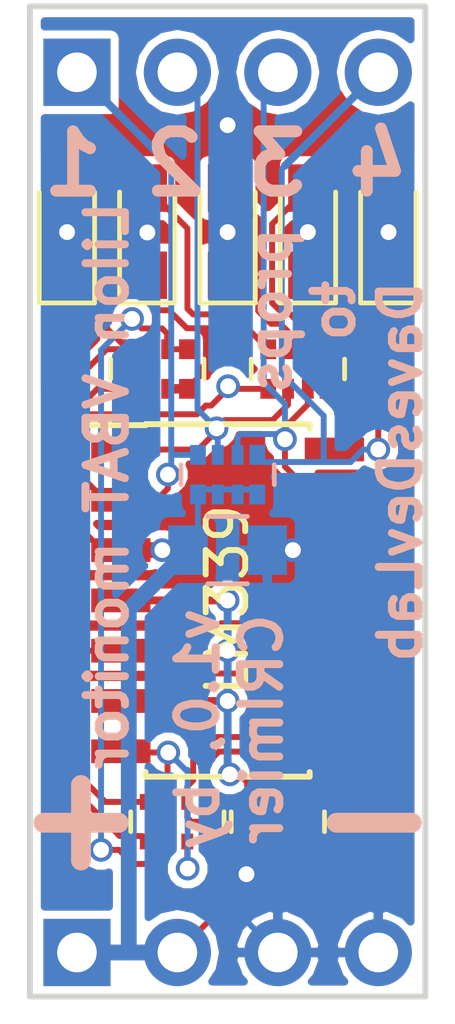
<source format=kicad_pcb>
(kicad_pcb (version 4) (host pcbnew 4.0.7)

  (general
    (links 57)
    (no_connects 0)
    (area 119.631 74.37338 133.961 106.093619)
    (thickness 1.6)
    (drawings 13)
    (tracks 260)
    (zones 0)
    (modules 14)
    (nets 18)
  )

  (page A4)
  (layers
    (0 F.Cu signal)
    (31 B.Cu signal)
    (32 B.Adhes user)
    (33 F.Adhes user)
    (34 B.Paste user)
    (35 F.Paste user)
    (36 B.SilkS user)
    (37 F.SilkS user)
    (38 B.Mask user)
    (39 F.Mask user)
    (40 Dwgs.User user)
    (41 Cmts.User user)
    (42 Eco1.User user)
    (43 Eco2.User user)
    (44 Edge.Cuts user)
    (45 Margin user)
    (46 B.CrtYd user)
    (47 F.CrtYd user)
    (48 B.Fab user hide)
    (49 F.Fab user hide)
  )

  (setup
    (last_trace_width 0.15)
    (user_trace_width 0.4)
    (trace_clearance 0.2)
    (zone_clearance 0.508)
    (zone_45_only no)
    (trace_min 0.15)
    (segment_width 0.2)
    (edge_width 0.15)
    (via_size 0.6)
    (via_drill 0.4)
    (via_min_size 0.4)
    (via_min_drill 0.3)
    (uvia_size 0.3)
    (uvia_drill 0.1)
    (uvias_allowed no)
    (uvia_min_size 0.2)
    (uvia_min_drill 0.1)
    (pcb_text_width 0.3)
    (pcb_text_size 1.5 1.5)
    (mod_edge_width 0.15)
    (mod_text_size 1 1)
    (mod_text_width 0.15)
    (pad_size 0.4 0.4)
    (pad_drill 0)
    (pad_to_mask_clearance 0.2)
    (aux_axis_origin 131.746 77.456)
    (grid_origin 126.746 92.456)
    (visible_elements 7FFFFF7F)
    (pcbplotparams
      (layerselection 0x010f0_80000001)
      (usegerberextensions true)
      (excludeedgelayer true)
      (linewidth 0.100000)
      (plotframeref false)
      (viasonmask false)
      (mode 1)
      (useauxorigin true)
      (hpglpennumber 1)
      (hpglpenspeed 20)
      (hpglpendiameter 15)
      (hpglpenoverlay 2)
      (psnegative false)
      (psa4output false)
      (plotreference false)
      (plotvalue false)
      (plotinvisibletext false)
      (padsonsilk false)
      (subtractmaskfromsilk false)
      (outputformat 1)
      (mirror false)
      (drillshape 0)
      (scaleselection 1)
      (outputdirectory gerbers/))
  )

  (net 0 "")
  (net 1 +BATT)
  (net 2 GND)
  (net 3 REF)
  (net 4 "Net-(D2-Pad2)")
  (net 5 "Net-(D3-Pad2)")
  (net 6 "Net-(D4-Pad2)")
  (net 7 "Net-(D5-Pad2)")
  (net 8 "Net-(RN1-Pad3)")
  (net 9 "Net-(RN1-Pad2)")
  (net 10 "Net-(RN1-Pad4)")
  (net 11 "Net-(RN1-Pad5)")
  (net 12 BAT_SENSE)
  (net 13 "Net-(RN3-Pad6)")
  (net 14 OUT2)
  (net 15 OUT1)
  (net 16 OUT3)
  (net 17 OUT4)

  (net_class Default "This is the default net class."
    (clearance 0.2)
    (trace_width 0.15)
    (via_dia 0.6)
    (via_drill 0.4)
    (uvia_dia 0.3)
    (uvia_drill 0.1)
    (add_net +BATT)
    (add_net BAT_SENSE)
    (add_net GND)
    (add_net "Net-(D2-Pad2)")
    (add_net "Net-(D3-Pad2)")
    (add_net "Net-(D4-Pad2)")
    (add_net "Net-(D5-Pad2)")
    (add_net "Net-(RN1-Pad2)")
    (add_net "Net-(RN1-Pad3)")
    (add_net "Net-(RN1-Pad4)")
    (add_net "Net-(RN1-Pad5)")
    (add_net "Net-(RN3-Pad6)")
    (add_net OUT1)
    (add_net OUT2)
    (add_net OUT3)
    (add_net OUT4)
    (add_net REF)
  )

  (module Capacitors_SMD:C_0805 (layer B.Cu) (tedit 5C923BE9) (tstamp 5C923BD8)
    (at 126.746 91.186)
    (descr "Capacitor SMD 0805, reflow soldering, AVX (see smccp.pdf)")
    (tags "capacitor 0805")
    (path /5C92399E)
    (attr smd)
    (fp_text reference C1 (at 0 1.5) (layer B.SilkS) hide
      (effects (font (size 1 1) (thickness 0.15)) (justify mirror))
    )
    (fp_text value 100nF (at 0 -1.75) (layer B.Fab)
      (effects (font (size 1 1) (thickness 0.15)) (justify mirror))
    )
    (fp_text user %R (at 0 1.5) (layer B.Fab) hide
      (effects (font (size 1 1) (thickness 0.15)) (justify mirror))
    )
    (fp_line (start -1 -0.62) (end -1 0.62) (layer B.Fab) (width 0.1))
    (fp_line (start 1 -0.62) (end -1 -0.62) (layer B.Fab) (width 0.1))
    (fp_line (start 1 0.62) (end 1 -0.62) (layer B.Fab) (width 0.1))
    (fp_line (start -1 0.62) (end 1 0.62) (layer B.Fab) (width 0.1))
    (fp_line (start 0.5 0.85) (end -0.5 0.85) (layer B.SilkS) (width 0.12))
    (fp_line (start -0.5 -0.85) (end 0.5 -0.85) (layer B.SilkS) (width 0.12))
    (fp_line (start -1.75 0.88) (end 1.75 0.88) (layer B.CrtYd) (width 0.05))
    (fp_line (start -1.75 0.88) (end -1.75 -0.87) (layer B.CrtYd) (width 0.05))
    (fp_line (start 1.75 -0.87) (end 1.75 0.88) (layer B.CrtYd) (width 0.05))
    (fp_line (start 1.75 -0.87) (end -1.75 -0.87) (layer B.CrtYd) (width 0.05))
    (pad 1 smd rect (at -1 0) (size 1 1.25) (layers B.Cu B.Paste B.Mask)
      (net 1 +BATT))
    (pad 2 smd rect (at 1 0) (size 1 1.25) (layers B.Cu B.Paste B.Mask)
      (net 2 GND))
    (model Capacitors_SMD.3dshapes/C_0805.wrl
      (at (xyz 0 0 0))
      (scale (xyz 1 1 1))
      (rotate (xyz 0 0 0))
    )
  )

  (module LEDs:LED_0805 (layer F.Cu) (tedit 5C924721) (tstamp 5C923BDE)
    (at 122.682 83.146018 90)
    (descr "LED 0805 smd package")
    (tags "LED led 0805 SMD smd SMT smt smdled SMDLED smtled SMTLED")
    (path /5C92378E)
    (attr smd)
    (fp_text reference D1 (at 0 -1.45 90) (layer F.SilkS) hide
      (effects (font (size 1 1) (thickness 0.15)))
    )
    (fp_text value 0 (at 2.794 0 180) (layer F.Fab)
      (effects (font (size 1 1) (thickness 0.15)))
    )
    (fp_line (start -1.8 -0.7) (end -1.8 0.7) (layer F.SilkS) (width 0.12))
    (fp_line (start -0.4 -0.4) (end -0.4 0.4) (layer F.Fab) (width 0.1))
    (fp_line (start -0.4 0) (end 0.2 -0.4) (layer F.Fab) (width 0.1))
    (fp_line (start 0.2 0.4) (end -0.4 0) (layer F.Fab) (width 0.1))
    (fp_line (start 0.2 -0.4) (end 0.2 0.4) (layer F.Fab) (width 0.1))
    (fp_line (start 1 0.6) (end -1 0.6) (layer F.Fab) (width 0.1))
    (fp_line (start 1 -0.6) (end 1 0.6) (layer F.Fab) (width 0.1))
    (fp_line (start -1 -0.6) (end 1 -0.6) (layer F.Fab) (width 0.1))
    (fp_line (start -1 0.6) (end -1 -0.6) (layer F.Fab) (width 0.1))
    (fp_line (start -1.8 0.7) (end 1 0.7) (layer F.SilkS) (width 0.12))
    (fp_line (start -1.8 -0.7) (end 1 -0.7) (layer F.SilkS) (width 0.12))
    (fp_line (start 1.95 -0.85) (end 1.95 0.85) (layer F.CrtYd) (width 0.05))
    (fp_line (start 1.95 0.85) (end -1.95 0.85) (layer F.CrtYd) (width 0.05))
    (fp_line (start -1.95 0.85) (end -1.95 -0.85) (layer F.CrtYd) (width 0.05))
    (fp_line (start -1.95 -0.85) (end 1.95 -0.85) (layer F.CrtYd) (width 0.05))
    (fp_text user %R (at 0 -1.25 90) (layer F.Fab)
      (effects (font (size 0.4 0.4) (thickness 0.1)))
    )
    (pad 2 smd rect (at 1.1 0 270) (size 1.2 1) (layers F.Cu F.Paste F.Mask)
      (net 3 REF))
    (pad 1 smd rect (at -1.1 0 270) (size 1.2 1) (layers F.Cu F.Paste F.Mask)
      (net 2 GND))
    (model ${KISYS3DMOD}/LEDs.3dshapes/LED_0805.wrl
      (at (xyz 0 0 0))
      (scale (xyz 1 1 1))
      (rotate (xyz 0 0 180))
    )
  )

  (module LEDs:LED_0805 (layer F.Cu) (tedit 5C92472B) (tstamp 5C923BE4)
    (at 124.714 83.146018 90)
    (descr "LED 0805 smd package")
    (tags "LED led 0805 SMD smd SMT smt smdled SMDLED smtled SMTLED")
    (path /5C9245EA)
    (attr smd)
    (fp_text reference D2 (at 0 -1.45 90) (layer F.SilkS) hide
      (effects (font (size 1 1) (thickness 0.15)))
    )
    (fp_text value 1 (at 2.794 0 360) (layer F.Fab)
      (effects (font (size 1 1) (thickness 0.15)))
    )
    (fp_line (start -1.8 -0.7) (end -1.8 0.7) (layer F.SilkS) (width 0.12))
    (fp_line (start -0.4 -0.4) (end -0.4 0.4) (layer F.Fab) (width 0.1))
    (fp_line (start -0.4 0) (end 0.2 -0.4) (layer F.Fab) (width 0.1))
    (fp_line (start 0.2 0.4) (end -0.4 0) (layer F.Fab) (width 0.1))
    (fp_line (start 0.2 -0.4) (end 0.2 0.4) (layer F.Fab) (width 0.1))
    (fp_line (start 1 0.6) (end -1 0.6) (layer F.Fab) (width 0.1))
    (fp_line (start 1 -0.6) (end 1 0.6) (layer F.Fab) (width 0.1))
    (fp_line (start -1 -0.6) (end 1 -0.6) (layer F.Fab) (width 0.1))
    (fp_line (start -1 0.6) (end -1 -0.6) (layer F.Fab) (width 0.1))
    (fp_line (start -1.8 0.7) (end 1 0.7) (layer F.SilkS) (width 0.12))
    (fp_line (start -1.8 -0.7) (end 1 -0.7) (layer F.SilkS) (width 0.12))
    (fp_line (start 1.95 -0.85) (end 1.95 0.85) (layer F.CrtYd) (width 0.05))
    (fp_line (start 1.95 0.85) (end -1.95 0.85) (layer F.CrtYd) (width 0.05))
    (fp_line (start -1.95 0.85) (end -1.95 -0.85) (layer F.CrtYd) (width 0.05))
    (fp_line (start -1.95 -0.85) (end 1.95 -0.85) (layer F.CrtYd) (width 0.05))
    (fp_text user %R (at 0 -1.25 90) (layer F.Fab)
      (effects (font (size 0.4 0.4) (thickness 0.1)))
    )
    (pad 2 smd rect (at 1.1 0 270) (size 1.2 1) (layers F.Cu F.Paste F.Mask)
      (net 4 "Net-(D2-Pad2)"))
    (pad 1 smd rect (at -1.1 0 270) (size 1.2 1) (layers F.Cu F.Paste F.Mask)
      (net 2 GND))
    (model ${KISYS3DMOD}/LEDs.3dshapes/LED_0805.wrl
      (at (xyz 0 0 0))
      (scale (xyz 1 1 1))
      (rotate (xyz 0 0 180))
    )
  )

  (module LEDs:LED_0805 (layer F.Cu) (tedit 5C924736) (tstamp 5C923BEA)
    (at 126.746 83.146018 90)
    (descr "LED 0805 smd package")
    (tags "LED led 0805 SMD smd SMT smt smdled SMDLED smtled SMTLED")
    (path /5C92462A)
    (attr smd)
    (fp_text reference D3 (at 0 -1.45 90) (layer F.SilkS) hide
      (effects (font (size 1 1) (thickness 0.15)))
    )
    (fp_text value 2 (at 2.794 0 360) (layer F.Fab)
      (effects (font (size 1 1) (thickness 0.15)))
    )
    (fp_line (start -1.8 -0.7) (end -1.8 0.7) (layer F.SilkS) (width 0.12))
    (fp_line (start -0.4 -0.4) (end -0.4 0.4) (layer F.Fab) (width 0.1))
    (fp_line (start -0.4 0) (end 0.2 -0.4) (layer F.Fab) (width 0.1))
    (fp_line (start 0.2 0.4) (end -0.4 0) (layer F.Fab) (width 0.1))
    (fp_line (start 0.2 -0.4) (end 0.2 0.4) (layer F.Fab) (width 0.1))
    (fp_line (start 1 0.6) (end -1 0.6) (layer F.Fab) (width 0.1))
    (fp_line (start 1 -0.6) (end 1 0.6) (layer F.Fab) (width 0.1))
    (fp_line (start -1 -0.6) (end 1 -0.6) (layer F.Fab) (width 0.1))
    (fp_line (start -1 0.6) (end -1 -0.6) (layer F.Fab) (width 0.1))
    (fp_line (start -1.8 0.7) (end 1 0.7) (layer F.SilkS) (width 0.12))
    (fp_line (start -1.8 -0.7) (end 1 -0.7) (layer F.SilkS) (width 0.12))
    (fp_line (start 1.95 -0.85) (end 1.95 0.85) (layer F.CrtYd) (width 0.05))
    (fp_line (start 1.95 0.85) (end -1.95 0.85) (layer F.CrtYd) (width 0.05))
    (fp_line (start -1.95 0.85) (end -1.95 -0.85) (layer F.CrtYd) (width 0.05))
    (fp_line (start -1.95 -0.85) (end 1.95 -0.85) (layer F.CrtYd) (width 0.05))
    (fp_text user %R (at 0 -1.25 90) (layer F.Fab)
      (effects (font (size 0.4 0.4) (thickness 0.1)))
    )
    (pad 2 smd rect (at 1.1 0 270) (size 1.2 1) (layers F.Cu F.Paste F.Mask)
      (net 5 "Net-(D3-Pad2)"))
    (pad 1 smd rect (at -1.1 0 270) (size 1.2 1) (layers F.Cu F.Paste F.Mask)
      (net 2 GND))
    (model ${KISYS3DMOD}/LEDs.3dshapes/LED_0805.wrl
      (at (xyz 0 0 0))
      (scale (xyz 1 1 1))
      (rotate (xyz 0 0 180))
    )
  )

  (module LEDs:LED_0805 (layer F.Cu) (tedit 5C92473E) (tstamp 5C923BF0)
    (at 128.778 83.146018 90)
    (descr "LED 0805 smd package")
    (tags "LED led 0805 SMD smd SMT smt smdled SMDLED smtled SMTLED")
    (path /5C92466B)
    (attr smd)
    (fp_text reference D4 (at 0 -1.45 90) (layer F.SilkS) hide
      (effects (font (size 1 1) (thickness 0.15)))
    )
    (fp_text value 3 (at 2.794 0 360) (layer F.Fab)
      (effects (font (size 1 1) (thickness 0.15)))
    )
    (fp_line (start -1.8 -0.7) (end -1.8 0.7) (layer F.SilkS) (width 0.12))
    (fp_line (start -0.4 -0.4) (end -0.4 0.4) (layer F.Fab) (width 0.1))
    (fp_line (start -0.4 0) (end 0.2 -0.4) (layer F.Fab) (width 0.1))
    (fp_line (start 0.2 0.4) (end -0.4 0) (layer F.Fab) (width 0.1))
    (fp_line (start 0.2 -0.4) (end 0.2 0.4) (layer F.Fab) (width 0.1))
    (fp_line (start 1 0.6) (end -1 0.6) (layer F.Fab) (width 0.1))
    (fp_line (start 1 -0.6) (end 1 0.6) (layer F.Fab) (width 0.1))
    (fp_line (start -1 -0.6) (end 1 -0.6) (layer F.Fab) (width 0.1))
    (fp_line (start -1 0.6) (end -1 -0.6) (layer F.Fab) (width 0.1))
    (fp_line (start -1.8 0.7) (end 1 0.7) (layer F.SilkS) (width 0.12))
    (fp_line (start -1.8 -0.7) (end 1 -0.7) (layer F.SilkS) (width 0.12))
    (fp_line (start 1.95 -0.85) (end 1.95 0.85) (layer F.CrtYd) (width 0.05))
    (fp_line (start 1.95 0.85) (end -1.95 0.85) (layer F.CrtYd) (width 0.05))
    (fp_line (start -1.95 0.85) (end -1.95 -0.85) (layer F.CrtYd) (width 0.05))
    (fp_line (start -1.95 -0.85) (end 1.95 -0.85) (layer F.CrtYd) (width 0.05))
    (fp_text user %R (at 0 -1.25 90) (layer F.Fab)
      (effects (font (size 0.4 0.4) (thickness 0.1)))
    )
    (pad 2 smd rect (at 1.1 0 270) (size 1.2 1) (layers F.Cu F.Paste F.Mask)
      (net 6 "Net-(D4-Pad2)"))
    (pad 1 smd rect (at -1.1 0 270) (size 1.2 1) (layers F.Cu F.Paste F.Mask)
      (net 2 GND))
    (model ${KISYS3DMOD}/LEDs.3dshapes/LED_0805.wrl
      (at (xyz 0 0 0))
      (scale (xyz 1 1 1))
      (rotate (xyz 0 0 180))
    )
  )

  (module LEDs:LED_0805 (layer F.Cu) (tedit 5C92474C) (tstamp 5C923BF6)
    (at 130.81 83.146018 90)
    (descr "LED 0805 smd package")
    (tags "LED led 0805 SMD smd SMT smt smdled SMDLED smtled SMTLED")
    (path /5C9246AF)
    (attr smd)
    (fp_text reference D5 (at 0 -1.45 90) (layer F.SilkS) hide
      (effects (font (size 1 1) (thickness 0.15)))
    )
    (fp_text value 4 (at 2.794 0 360) (layer F.Fab)
      (effects (font (size 1 1) (thickness 0.15)))
    )
    (fp_line (start -1.8 -0.7) (end -1.8 0.7) (layer F.SilkS) (width 0.12))
    (fp_line (start -0.4 -0.4) (end -0.4 0.4) (layer F.Fab) (width 0.1))
    (fp_line (start -0.4 0) (end 0.2 -0.4) (layer F.Fab) (width 0.1))
    (fp_line (start 0.2 0.4) (end -0.4 0) (layer F.Fab) (width 0.1))
    (fp_line (start 0.2 -0.4) (end 0.2 0.4) (layer F.Fab) (width 0.1))
    (fp_line (start 1 0.6) (end -1 0.6) (layer F.Fab) (width 0.1))
    (fp_line (start 1 -0.6) (end 1 0.6) (layer F.Fab) (width 0.1))
    (fp_line (start -1 -0.6) (end 1 -0.6) (layer F.Fab) (width 0.1))
    (fp_line (start -1 0.6) (end -1 -0.6) (layer F.Fab) (width 0.1))
    (fp_line (start -1.8 0.7) (end 1 0.7) (layer F.SilkS) (width 0.12))
    (fp_line (start -1.8 -0.7) (end 1 -0.7) (layer F.SilkS) (width 0.12))
    (fp_line (start 1.95 -0.85) (end 1.95 0.85) (layer F.CrtYd) (width 0.05))
    (fp_line (start 1.95 0.85) (end -1.95 0.85) (layer F.CrtYd) (width 0.05))
    (fp_line (start -1.95 0.85) (end -1.95 -0.85) (layer F.CrtYd) (width 0.05))
    (fp_line (start -1.95 -0.85) (end 1.95 -0.85) (layer F.CrtYd) (width 0.05))
    (fp_text user %R (at 0 -1.25 90) (layer F.Fab)
      (effects (font (size 0.4 0.4) (thickness 0.1)))
    )
    (pad 2 smd rect (at 1.1 0 270) (size 1.2 1) (layers F.Cu F.Paste F.Mask)
      (net 7 "Net-(D5-Pad2)"))
    (pad 1 smd rect (at -1.1 0 270) (size 1.2 1) (layers F.Cu F.Paste F.Mask)
      (net 2 GND))
    (model ${KISYS3DMOD}/LEDs.3dshapes/LED_0805.wrl
      (at (xyz 0 0 0))
      (scale (xyz 1 1 1))
      (rotate (xyz 0 0 180))
    )
  )

  (module Resistors_SMD:R_Array_Convex_4x0402 (layer F.Cu) (tedit 5C924B71) (tstamp 5C923C02)
    (at 125.476 98.044 90)
    (descr "Chip Resistor Network, ROHM MNR04 (see mnr_g.pdf)")
    (tags "resistor array")
    (path /5C923C7C)
    (attr smd)
    (fp_text reference RN1 (at 0 -2.1 90) (layer F.SilkS) hide
      (effects (font (size 1 1) (thickness 0.15)))
    )
    (fp_text value 1K (at 0 2.1 90) (layer F.Fab)
      (effects (font (size 1 1) (thickness 0.15)))
    )
    (fp_text user %R (at 0 0 180) (layer F.Fab)
      (effects (font (size 0.5 0.5) (thickness 0.075)))
    )
    (fp_line (start -0.5 -1) (end 0.5 -1) (layer F.Fab) (width 0.1))
    (fp_line (start 0.5 -1) (end 0.5 1) (layer F.Fab) (width 0.1))
    (fp_line (start 0.5 1) (end -0.5 1) (layer F.Fab) (width 0.1))
    (fp_line (start -0.5 1) (end -0.5 -1) (layer F.Fab) (width 0.1))
    (fp_line (start 0.25 -1.18) (end -0.25 -1.18) (layer F.SilkS) (width 0.12))
    (fp_line (start 0.25 1.18) (end -0.25 1.18) (layer F.SilkS) (width 0.12))
    (fp_line (start -1 -1.25) (end 1 -1.25) (layer F.CrtYd) (width 0.05))
    (fp_line (start -1 -1.25) (end -1 1.25) (layer F.CrtYd) (width 0.05))
    (fp_line (start 1 1.25) (end 1 -1.25) (layer F.CrtYd) (width 0.05))
    (fp_line (start 1 1.25) (end -1 1.25) (layer F.CrtYd) (width 0.05))
    (pad 1 smd rect (at -0.5 -0.75 90) (size 0.4 0.4) (layers F.Cu F.Paste F.Mask)
      (net 3 REF))
    (pad 3 smd rect (at -0.5 0.25 90) (size 0.4 0.3) (layers F.Cu F.Paste F.Mask)
      (net 8 "Net-(RN1-Pad3)"))
    (pad 2 smd rect (at -0.5 -0.25 90) (size 0.4 0.3) (layers F.Cu F.Paste F.Mask)
      (net 9 "Net-(RN1-Pad2)"))
    (pad 4 smd rect (at -0.5 0.75 90) (size 0.4 0.4) (layers F.Cu F.Paste F.Mask)
      (net 10 "Net-(RN1-Pad4)"))
    (pad 7 smd rect (at 0.5 -0.25 90) (size 0.4 0.3) (layers F.Cu F.Paste F.Mask)
      (net 8 "Net-(RN1-Pad3)"))
    (pad 8 smd rect (at 0.5 -0.75 90) (size 0.4 0.4) (layers F.Cu F.Paste F.Mask)
      (net 9 "Net-(RN1-Pad2)"))
    (pad 6 smd rect (at 0.5 0.25 90) (size 0.4 0.3) (layers F.Cu F.Paste F.Mask)
      (net 10 "Net-(RN1-Pad4)"))
    (pad 5 smd rect (at 0.5 0.75 90) (size 0.4 0.4) (layers F.Cu F.Paste F.Mask)
      (net 11 "Net-(RN1-Pad5)"))
    (model ${KISYS3DMOD}/Resistors_SMD.3dshapes/R_Array_Convex_4x0402.wrl
      (at (xyz 0 0 0))
      (scale (xyz 1 1 1))
      (rotate (xyz 0 0 0))
    )
  )

  (module Resistors_SMD:R_Array_Convex_4x0402 (layer F.Cu) (tedit 5C923BD5) (tstamp 5C923C0E)
    (at 124.968 86.614 270)
    (descr "Chip Resistor Network, ROHM MNR04 (see mnr_g.pdf)")
    (tags "resistor array")
    (path /5C923E95)
    (attr smd)
    (fp_text reference RN2 (at 0 -2.1 270) (layer F.SilkS) hide
      (effects (font (size 1 1) (thickness 0.15)))
    )
    (fp_text value 10K (at 0 2.1 270) (layer F.Fab)
      (effects (font (size 1 1) (thickness 0.15)))
    )
    (fp_text user %R (at 0 0 360) (layer F.Fab)
      (effects (font (size 0.5 0.5) (thickness 0.075)))
    )
    (fp_line (start -0.5 -1) (end 0.5 -1) (layer F.Fab) (width 0.1))
    (fp_line (start 0.5 -1) (end 0.5 1) (layer F.Fab) (width 0.1))
    (fp_line (start 0.5 1) (end -0.5 1) (layer F.Fab) (width 0.1))
    (fp_line (start -0.5 1) (end -0.5 -1) (layer F.Fab) (width 0.1))
    (fp_line (start 0.25 -1.18) (end -0.25 -1.18) (layer F.SilkS) (width 0.12))
    (fp_line (start 0.25 1.18) (end -0.25 1.18) (layer F.SilkS) (width 0.12))
    (fp_line (start -1 -1.25) (end 1 -1.25) (layer F.CrtYd) (width 0.05))
    (fp_line (start -1 -1.25) (end -1 1.25) (layer F.CrtYd) (width 0.05))
    (fp_line (start 1 1.25) (end 1 -1.25) (layer F.CrtYd) (width 0.05))
    (fp_line (start 1 1.25) (end -1 1.25) (layer F.CrtYd) (width 0.05))
    (pad 1 smd rect (at -0.5 -0.75 270) (size 0.5 0.4) (layers F.Cu F.Paste F.Mask)
      (net 11 "Net-(RN1-Pad5)"))
    (pad 3 smd rect (at -0.5 0.25 270) (size 0.5 0.3) (layers F.Cu F.Paste F.Mask)
      (net 3 REF))
    (pad 2 smd rect (at -0.5 -0.25 270) (size 0.5 0.3) (layers F.Cu F.Paste F.Mask)
      (net 11 "Net-(RN1-Pad5)"))
    (pad 4 smd rect (at -0.5 0.75 270) (size 0.5 0.4) (layers F.Cu F.Paste F.Mask)
      (net 3 REF))
    (pad 7 smd rect (at 0.5 -0.25 270) (size 0.5 0.3) (layers F.Cu F.Paste F.Mask)
      (net 2 GND))
    (pad 8 smd rect (at 0.5 -0.75 270) (size 0.5 0.4) (layers F.Cu F.Paste F.Mask)
      (net 2 GND))
    (pad 6 smd rect (at 0.5 0.25 270) (size 0.5 0.3) (layers F.Cu F.Paste F.Mask)
      (net 1 +BATT))
    (pad 5 smd rect (at 0.5 0.75 270) (size 0.5 0.4) (layers F.Cu F.Paste F.Mask)
      (net 1 +BATT))
    (model ${KISYS3DMOD}/Resistors_SMD.3dshapes/R_Array_Convex_4x0402.wrl
      (at (xyz 0 0 0))
      (scale (xyz 1 1 1))
      (rotate (xyz 0 0 0))
    )
  )

  (module Resistors_SMD:R_Array_Convex_4x0402 (layer F.Cu) (tedit 5C9252AE) (tstamp 5C923C1A)
    (at 128.016 98.044 270)
    (descr "Chip Resistor Network, ROHM MNR04 (see mnr_g.pdf)")
    (tags "resistor array")
    (path /5C923DE6)
    (attr smd)
    (fp_text reference RN3 (at 0 -2.1 270) (layer F.SilkS) hide
      (effects (font (size 1 1) (thickness 0.15)))
    )
    (fp_text value 10K (at 0 2.1 270) (layer F.Fab)
      (effects (font (size 1 1) (thickness 0.15)))
    )
    (fp_text user %R (at 0 0 360) (layer F.Fab)
      (effects (font (size 0.5 0.5) (thickness 0.075)))
    )
    (fp_line (start -0.5 -1) (end 0.5 -1) (layer F.Fab) (width 0.1))
    (fp_line (start 0.5 -1) (end 0.5 1) (layer F.Fab) (width 0.1))
    (fp_line (start 0.5 1) (end -0.5 1) (layer F.Fab) (width 0.1))
    (fp_line (start -0.5 1) (end -0.5 -1) (layer F.Fab) (width 0.1))
    (fp_line (start 0.25 -1.18) (end -0.25 -1.18) (layer F.SilkS) (width 0.12))
    (fp_line (start 0.25 1.18) (end -0.25 1.18) (layer F.SilkS) (width 0.12))
    (fp_line (start -1 -1.25) (end 1 -1.25) (layer F.CrtYd) (width 0.05))
    (fp_line (start -1 -1.25) (end -1 1.25) (layer F.CrtYd) (width 0.05))
    (fp_line (start 1 1.25) (end 1 -1.25) (layer F.CrtYd) (width 0.05))
    (fp_line (start 1 1.25) (end -1 1.25) (layer F.CrtYd) (width 0.05))
    (pad 1 smd rect (at -0.5 -0.75 270) (size 0.4 0.4) (layers F.Cu F.Paste F.Mask)
      (net 1 +BATT))
    (pad 3 smd rect (at -0.5 0.25 270) (size 0.4 0.3) (layers F.Cu F.Paste F.Mask)
      (net 12 BAT_SENSE))
    (pad 2 smd rect (at -0.5 -0.25 270) (size 0.4 0.3) (layers F.Cu F.Paste F.Mask)
      (net 1 +BATT))
    (pad 4 smd rect (at -0.5 0.75 270) (size 0.4 0.4) (layers F.Cu F.Paste F.Mask)
      (net 12 BAT_SENSE))
    (pad 7 smd rect (at 0.5 -0.25 270) (size 0.4 0.3) (layers F.Cu F.Paste F.Mask)
      (net 13 "Net-(RN3-Pad6)"))
    (pad 8 smd rect (at 0.5 -0.75 270) (size 0.4 0.4) (layers F.Cu F.Paste F.Mask)
      (net 13 "Net-(RN3-Pad6)"))
    (pad 6 smd rect (at 0.5 0.25 270) (size 0.4 0.3) (layers F.Cu F.Paste F.Mask)
      (net 13 "Net-(RN3-Pad6)"))
    (pad 5 smd rect (at 0.5 0.75 270) (size 0.4 0.4) (layers F.Cu F.Paste F.Mask)
      (net 2 GND))
    (model ${KISYS3DMOD}/Resistors_SMD.3dshapes/R_Array_Convex_4x0402.wrl
      (at (xyz 0 0 0))
      (scale (xyz 1 1 1))
      (rotate (xyz 0 0 0))
    )
  )

  (module Resistors_SMD:R_Array_Convex_4x0402 (layer F.Cu) (tedit 5C923BDB) (tstamp 5C923C26)
    (at 128.524 86.614 90)
    (descr "Chip Resistor Network, ROHM MNR04 (see mnr_g.pdf)")
    (tags "resistor array")
    (path /5C926CC1)
    (attr smd)
    (fp_text reference RN4 (at 0 -2.1 90) (layer F.SilkS) hide
      (effects (font (size 1 1) (thickness 0.15)))
    )
    (fp_text value 1K (at 0 2.1 90) (layer F.Fab)
      (effects (font (size 1 1) (thickness 0.15)))
    )
    (fp_text user %R (at 0 0 180) (layer F.Fab)
      (effects (font (size 0.5 0.5) (thickness 0.075)))
    )
    (fp_line (start -0.5 -1) (end 0.5 -1) (layer F.Fab) (width 0.1))
    (fp_line (start 0.5 -1) (end 0.5 1) (layer F.Fab) (width 0.1))
    (fp_line (start 0.5 1) (end -0.5 1) (layer F.Fab) (width 0.1))
    (fp_line (start -0.5 1) (end -0.5 -1) (layer F.Fab) (width 0.1))
    (fp_line (start 0.25 -1.18) (end -0.25 -1.18) (layer F.SilkS) (width 0.12))
    (fp_line (start 0.25 1.18) (end -0.25 1.18) (layer F.SilkS) (width 0.12))
    (fp_line (start -1 -1.25) (end 1 -1.25) (layer F.CrtYd) (width 0.05))
    (fp_line (start -1 -1.25) (end -1 1.25) (layer F.CrtYd) (width 0.05))
    (fp_line (start 1 1.25) (end 1 -1.25) (layer F.CrtYd) (width 0.05))
    (fp_line (start 1 1.25) (end -1 1.25) (layer F.CrtYd) (width 0.05))
    (pad 1 smd rect (at -0.5 -0.75 90) (size 0.5 0.4) (layers F.Cu F.Paste F.Mask)
      (net 15 OUT1))
    (pad 3 smd rect (at -0.5 0.25 90) (size 0.5 0.3) (layers F.Cu F.Paste F.Mask)
      (net 16 OUT3))
    (pad 2 smd rect (at -0.5 -0.25 90) (size 0.5 0.3) (layers F.Cu F.Paste F.Mask)
      (net 14 OUT2))
    (pad 4 smd rect (at -0.5 0.75 90) (size 0.5 0.4) (layers F.Cu F.Paste F.Mask)
      (net 17 OUT4))
    (pad 7 smd rect (at 0.5 -0.25 90) (size 0.5 0.3) (layers F.Cu F.Paste F.Mask)
      (net 5 "Net-(D3-Pad2)"))
    (pad 8 smd rect (at 0.5 -0.75 90) (size 0.5 0.4) (layers F.Cu F.Paste F.Mask)
      (net 4 "Net-(D2-Pad2)"))
    (pad 6 smd rect (at 0.5 0.25 90) (size 0.5 0.3) (layers F.Cu F.Paste F.Mask)
      (net 6 "Net-(D4-Pad2)"))
    (pad 5 smd rect (at 0.5 0.75 90) (size 0.5 0.4) (layers F.Cu F.Paste F.Mask)
      (net 7 "Net-(D5-Pad2)"))
    (model ${KISYS3DMOD}/Resistors_SMD.3dshapes/R_Array_Convex_4x0402.wrl
      (at (xyz 0 0 0))
      (scale (xyz 1 1 1))
      (rotate (xyz 0 0 0))
    )
  )

  (module Resistors_SMD:R_Array_Convex_4x0402 (layer B.Cu) (tedit 5C923BD8) (tstamp 5C923C32)
    (at 126.746 89.281 270)
    (descr "Chip Resistor Network, ROHM MNR04 (see mnr_g.pdf)")
    (tags "resistor array")
    (path /5C924285)
    (attr smd)
    (fp_text reference RN5 (at 0 2.1 270) (layer B.SilkS) hide
      (effects (font (size 1 1) (thickness 0.15)) (justify mirror))
    )
    (fp_text value 10K (at 0 -2.1 270) (layer B.Fab)
      (effects (font (size 1 1) (thickness 0.15)) (justify mirror))
    )
    (fp_text user %R (at 0 0 540) (layer B.Fab)
      (effects (font (size 0.5 0.5) (thickness 0.075)) (justify mirror))
    )
    (fp_line (start -0.5 1) (end 0.5 1) (layer B.Fab) (width 0.1))
    (fp_line (start 0.5 1) (end 0.5 -1) (layer B.Fab) (width 0.1))
    (fp_line (start 0.5 -1) (end -0.5 -1) (layer B.Fab) (width 0.1))
    (fp_line (start -0.5 -1) (end -0.5 1) (layer B.Fab) (width 0.1))
    (fp_line (start 0.25 1.18) (end -0.25 1.18) (layer B.SilkS) (width 0.12))
    (fp_line (start 0.25 -1.18) (end -0.25 -1.18) (layer B.SilkS) (width 0.12))
    (fp_line (start -1 1.25) (end 1 1.25) (layer B.CrtYd) (width 0.05))
    (fp_line (start -1 1.25) (end -1 -1.25) (layer B.CrtYd) (width 0.05))
    (fp_line (start 1 -1.25) (end 1 1.25) (layer B.CrtYd) (width 0.05))
    (fp_line (start 1 -1.25) (end -1 -1.25) (layer B.CrtYd) (width 0.05))
    (pad 1 smd rect (at -0.5 0.75 270) (size 0.5 0.4) (layers B.Cu B.Paste B.Mask)
      (net 15 OUT1))
    (pad 3 smd rect (at -0.5 -0.25 270) (size 0.5 0.3) (layers B.Cu B.Paste B.Mask)
      (net 16 OUT3))
    (pad 2 smd rect (at -0.5 0.25 270) (size 0.5 0.3) (layers B.Cu B.Paste B.Mask)
      (net 14 OUT2))
    (pad 4 smd rect (at -0.5 -0.75 270) (size 0.5 0.4) (layers B.Cu B.Paste B.Mask)
      (net 17 OUT4))
    (pad 7 smd rect (at 0.5 0.25 270) (size 0.5 0.3) (layers B.Cu B.Paste B.Mask)
      (net 1 +BATT))
    (pad 8 smd rect (at 0.5 0.75 270) (size 0.5 0.4) (layers B.Cu B.Paste B.Mask)
      (net 1 +BATT))
    (pad 6 smd rect (at 0.5 -0.25 270) (size 0.5 0.3) (layers B.Cu B.Paste B.Mask)
      (net 1 +BATT))
    (pad 5 smd rect (at 0.5 -0.75 270) (size 0.5 0.4) (layers B.Cu B.Paste B.Mask)
      (net 1 +BATT))
    (model ${KISYS3DMOD}/Resistors_SMD.3dshapes/R_Array_Convex_4x0402.wrl
      (at (xyz 0 0 0))
      (scale (xyz 1 1 1))
      (rotate (xyz 0 0 0))
    )
  )

  (module Housings_SOIC:SOIC-14_3.9x8.7mm_Pitch1.27mm (layer F.Cu) (tedit 5C923BBE) (tstamp 5C923C44)
    (at 126.746 92.456)
    (descr "14-Lead Plastic Small Outline (SL) - Narrow, 3.90 mm Body [SOIC] (see Microchip Packaging Specification 00000049BS.pdf)")
    (tags "SOIC 1.27")
    (path /5C92335A)
    (attr smd)
    (fp_text reference U1 (at 0 -5.375) (layer F.SilkS) hide
      (effects (font (size 1 1) (thickness 0.15)))
    )
    (fp_text value LM339 (at -0.01 -0.01 90) (layer F.SilkS)
      (effects (font (size 1 1) (thickness 0.15)))
    )
    (fp_text user %R (at 0 0) (layer F.Fab) hide
      (effects (font (size 0.9 0.9) (thickness 0.135)))
    )
    (fp_line (start -0.95 -4.35) (end 1.95 -4.35) (layer F.Fab) (width 0.15))
    (fp_line (start 1.95 -4.35) (end 1.95 4.35) (layer F.Fab) (width 0.15))
    (fp_line (start 1.95 4.35) (end -1.95 4.35) (layer F.Fab) (width 0.15))
    (fp_line (start -1.95 4.35) (end -1.95 -3.35) (layer F.Fab) (width 0.15))
    (fp_line (start -1.95 -3.35) (end -0.95 -4.35) (layer F.Fab) (width 0.15))
    (fp_line (start -3.7 -4.65) (end -3.7 4.65) (layer F.CrtYd) (width 0.05))
    (fp_line (start 3.7 -4.65) (end 3.7 4.65) (layer F.CrtYd) (width 0.05))
    (fp_line (start -3.7 -4.65) (end 3.7 -4.65) (layer F.CrtYd) (width 0.05))
    (fp_line (start -3.7 4.65) (end 3.7 4.65) (layer F.CrtYd) (width 0.05))
    (fp_line (start -2.075 -4.45) (end -2.075 -4.425) (layer F.SilkS) (width 0.15))
    (fp_line (start 2.075 -4.45) (end 2.075 -4.335) (layer F.SilkS) (width 0.15))
    (fp_line (start 2.075 4.45) (end 2.075 4.335) (layer F.SilkS) (width 0.15))
    (fp_line (start -2.075 4.45) (end -2.075 4.335) (layer F.SilkS) (width 0.15))
    (fp_line (start -2.075 -4.45) (end 2.075 -4.45) (layer F.SilkS) (width 0.15))
    (fp_line (start -2.075 4.45) (end 2.075 4.45) (layer F.SilkS) (width 0.15))
    (fp_line (start -2.075 -4.425) (end -3.45 -4.425) (layer F.SilkS) (width 0.15))
    (pad 1 smd rect (at -2.7 -3.81) (size 1.5 0.6) (layers F.Cu F.Paste F.Mask)
      (net 14 OUT2))
    (pad 2 smd rect (at -2.7 -2.54) (size 1.5 0.6) (layers F.Cu F.Paste F.Mask)
      (net 15 OUT1))
    (pad 3 smd rect (at -2.7 -1.27) (size 1.5 0.6) (layers F.Cu F.Paste F.Mask)
      (net 1 +BATT))
    (pad 4 smd rect (at -2.7 0) (size 1.5 0.6) (layers F.Cu F.Paste F.Mask)
      (net 12 BAT_SENSE))
    (pad 5 smd rect (at -2.7 1.27) (size 1.5 0.6) (layers F.Cu F.Paste F.Mask)
      (net 9 "Net-(RN1-Pad2)"))
    (pad 6 smd rect (at -2.7 2.54) (size 1.5 0.6) (layers F.Cu F.Paste F.Mask)
      (net 12 BAT_SENSE))
    (pad 7 smd rect (at -2.7 3.81) (size 1.5 0.6) (layers F.Cu F.Paste F.Mask)
      (net 8 "Net-(RN1-Pad3)"))
    (pad 8 smd rect (at 2.7 3.81) (size 1.5 0.6) (layers F.Cu F.Paste F.Mask)
      (net 12 BAT_SENSE))
    (pad 9 smd rect (at 2.7 2.54) (size 1.5 0.6) (layers F.Cu F.Paste F.Mask)
      (net 11 "Net-(RN1-Pad5)"))
    (pad 10 smd rect (at 2.7 1.27) (size 1.5 0.6) (layers F.Cu F.Paste F.Mask)
      (net 12 BAT_SENSE))
    (pad 11 smd rect (at 2.7 0) (size 1.5 0.6) (layers F.Cu F.Paste F.Mask)
      (net 10 "Net-(RN1-Pad4)"))
    (pad 12 smd rect (at 2.7 -1.27) (size 1.5 0.6) (layers F.Cu F.Paste F.Mask)
      (net 2 GND))
    (pad 13 smd rect (at 2.7 -2.54) (size 1.5 0.6) (layers F.Cu F.Paste F.Mask)
      (net 16 OUT3))
    (pad 14 smd rect (at 2.7 -3.81) (size 1.5 0.6) (layers F.Cu F.Paste F.Mask)
      (net 17 OUT4))
    (model ${KISYS3DMOD}/Housings_SOIC.3dshapes/SOIC-14_3.9x8.7mm_Pitch1.27mm.wrl
      (at (xyz 0 0 0))
      (scale (xyz 1 1 1))
      (rotate (xyz 0 0 0))
    )
  )

  (module lm339_battery_monitor:Pin_Header_Straight_NoSilk_1x04_Pitch2.54mm (layer F.Cu) (tedit 5C925177) (tstamp 5C924092)
    (at 122.936 101.346 90)
    (descr "Through hole straight pin header, 1x04, 2.54mm pitch, single row")
    (tags "Through hole pin header THT 1x04 2.54mm single row")
    (path /5C9247BA)
    (fp_text reference J1 (at 0 -2.33 90) (layer F.SilkS) hide
      (effects (font (size 1 1) (thickness 0.15)))
    )
    (fp_text value Conn_01x04 (at 0 9.95 90) (layer F.Fab)
      (effects (font (size 1 1) (thickness 0.15)))
    )
    (fp_line (start -0.635 -1.27) (end 1.27 -1.27) (layer F.Fab) (width 0.1))
    (fp_line (start 1.27 -1.27) (end 1.27 8.89) (layer F.Fab) (width 0.1))
    (fp_line (start 1.27 8.89) (end -1.27 8.89) (layer F.Fab) (width 0.1))
    (fp_line (start -1.27 8.89) (end -1.27 -0.635) (layer F.Fab) (width 0.1))
    (fp_line (start -1.27 -0.635) (end -0.635 -1.27) (layer F.Fab) (width 0.1))
    (fp_line (start -1.8 -1.8) (end -1.8 9.4) (layer F.CrtYd) (width 0.05))
    (fp_line (start -1.8 9.4) (end 1.8 9.4) (layer F.CrtYd) (width 0.05))
    (fp_line (start 1.8 9.4) (end 1.8 -1.8) (layer F.CrtYd) (width 0.05))
    (fp_line (start 1.8 -1.8) (end -1.8 -1.8) (layer F.CrtYd) (width 0.05))
    (fp_text user %R (at 0 3.81 180) (layer F.Fab)
      (effects (font (size 1 1) (thickness 0.15)))
    )
    (pad 1 thru_hole rect (at 0 0 90) (size 1.7 1.7) (drill 1) (layers *.Cu *.Mask)
      (net 1 +BATT))
    (pad 2 thru_hole oval (at 0 2.54 90) (size 1.7 1.7) (drill 1) (layers *.Cu *.Mask)
      (net 1 +BATT))
    (pad 3 thru_hole oval (at 0 5.08 90) (size 1.7 1.7) (drill 1) (layers *.Cu *.Mask)
      (net 2 GND))
    (pad 4 thru_hole oval (at 0 7.62 90) (size 1.7 1.7) (drill 1) (layers *.Cu *.Mask)
      (net 2 GND))
    (model ${KISYS3DMOD}/Pin_Headers.3dshapes/Pin_Header_Straight_1x04_Pitch2.54mm.wrl
      (at (xyz 0 0 0))
      (scale (xyz 1 1 1))
      (rotate (xyz 0 0 0))
    )
  )

  (module lm339_battery_monitor:Pin_Header_Straight_NoSilk_1x04_Pitch2.54mm (layer F.Cu) (tedit 5C925177) (tstamp 5C924034)
    (at 122.936 79.121 90)
    (descr "Through hole straight pin header, 1x04, 2.54mm pitch, single row")
    (tags "Through hole pin header THT 1x04 2.54mm single row")
    (path /5C9245B2)
    (fp_text reference J2 (at 0 -2.33 90) (layer F.SilkS) hide
      (effects (font (size 1 1) (thickness 0.15)))
    )
    (fp_text value Conn_01x04 (at 0 9.95 90) (layer F.Fab)
      (effects (font (size 1 1) (thickness 0.15)))
    )
    (fp_line (start -0.635 -1.27) (end 1.27 -1.27) (layer F.Fab) (width 0.1))
    (fp_line (start 1.27 -1.27) (end 1.27 8.89) (layer F.Fab) (width 0.1))
    (fp_line (start 1.27 8.89) (end -1.27 8.89) (layer F.Fab) (width 0.1))
    (fp_line (start -1.27 8.89) (end -1.27 -0.635) (layer F.Fab) (width 0.1))
    (fp_line (start -1.27 -0.635) (end -0.635 -1.27) (layer F.Fab) (width 0.1))
    (fp_line (start -1.8 -1.8) (end -1.8 9.4) (layer F.CrtYd) (width 0.05))
    (fp_line (start -1.8 9.4) (end 1.8 9.4) (layer F.CrtYd) (width 0.05))
    (fp_line (start 1.8 9.4) (end 1.8 -1.8) (layer F.CrtYd) (width 0.05))
    (fp_line (start 1.8 -1.8) (end -1.8 -1.8) (layer F.CrtYd) (width 0.05))
    (fp_text user %R (at 0 3.81 180) (layer F.Fab)
      (effects (font (size 1 1) (thickness 0.15)))
    )
    (pad 1 thru_hole rect (at 0 0 90) (size 1.7 1.7) (drill 1) (layers *.Cu *.Mask)
      (net 15 OUT1))
    (pad 2 thru_hole oval (at 0 2.54 90) (size 1.7 1.7) (drill 1) (layers *.Cu *.Mask)
      (net 14 OUT2))
    (pad 3 thru_hole oval (at 0 5.08 90) (size 1.7 1.7) (drill 1) (layers *.Cu *.Mask)
      (net 16 OUT3))
    (pad 4 thru_hole oval (at 0 7.62 90) (size 1.7 1.7) (drill 1) (layers *.Cu *.Mask)
      (net 17 OUT4))
    (model ${KISYS3DMOD}/Pin_Headers.3dshapes/Pin_Header_Straight_1x04_Pitch2.54mm.wrl
      (at (xyz 0 0 0))
      (scale (xyz 1 1 1))
      (rotate (xyz 0 0 0))
    )
  )

  (gr_text DavesDevLab (at 131.1148 89.2048 90) (layer B.SilkS) (tstamp 5C924FDD)
    (effects (font (size 1 1) (thickness 0.2)) (justify mirror))
  )
  (gr_text "props\nto" (at 128.6256 85.1408 90) (layer B.SilkS) (tstamp 5C924FBA)
    (effects (font (size 1 1) (thickness 0.2)) (justify mirror))
  )
  (gr_text "LiIon VBAT monitor" (at 123.698 89.5604 90) (layer B.SilkS)
    (effects (font (size 1 1) (thickness 0.2)) (justify mirror))
  )
  (gr_text "v1.0, by\nCRImier" (at 126.7968 95.7072 90) (layer B.SilkS)
    (effects (font (size 1 1) (thickness 0.2)) (justify mirror))
  )
  (gr_text "4 3 2 1" (at 126.6952 81.4324) (layer B.SilkS)
    (effects (font (size 1.5 1.5) (thickness 0.3)) (justify mirror))
  )
  (gr_text - (at 130.4544 97.8916) (layer F.SilkS) (tstamp 5C924EC2)
    (effects (font (size 2.5 2.5) (thickness 0.5)))
  )
  (gr_text - (at 130.4544 97.8916) (layer B.SilkS) (tstamp 5C924EB1)
    (effects (font (size 2.5 2.5) (thickness 0.5)) (justify mirror))
  )
  (gr_text + (at 123.0376 97.8916) (layer B.SilkS) (tstamp 5C924EAE)
    (effects (font (size 2.5 2.5) (thickness 0.5)) (justify mirror))
  )
  (gr_text + (at 123.0376 97.8916) (layer F.SilkS)
    (effects (font (size 2.5 2.5) (thickness 0.5)))
  )
  (gr_line (start 121.746 102.456) (end 121.746 77.456) (layer Edge.Cuts) (width 0.15))
  (gr_line (start 131.746 102.456) (end 121.746 102.456) (layer Edge.Cuts) (width 0.15))
  (gr_line (start 131.746 77.456) (end 131.746 102.456) (layer Edge.Cuts) (width 0.15))
  (gr_line (start 121.746 77.456) (end 131.746 77.456) (layer Edge.Cuts) (width 0.15))

  (segment (start 128.766 97.544) (end 129.286 98.064) (width 0.15) (layer F.Cu) (net 1))
  (segment (start 129.286 98.064) (end 129.286 99.0092) (width 0.15) (layer F.Cu) (net 1))
  (segment (start 129.286 99.0092) (end 129.0828 99.2124) (width 0.15) (layer F.Cu) (net 1))
  (segment (start 129.0828 99.2124) (end 128.229598 99.2124) (width 0.15) (layer F.Cu) (net 1))
  (segment (start 128.229598 99.2124) (end 127.498879 99.943119) (width 0.15) (layer F.Cu) (net 1))
  (segment (start 127.498879 99.943119) (end 126.878881 99.943119) (width 0.15) (layer F.Cu) (net 1))
  (segment (start 126.878881 99.943119) (end 125.476 101.346) (width 0.15) (layer F.Cu) (net 1))
  (segment (start 125.095 91.186) (end 124.046 91.186) (width 0.4) (layer F.Cu) (net 1))
  (segment (start 125.746 91.186) (end 125.095 91.186) (width 0.4) (layer B.Cu) (net 1))
  (segment (start 124.246 101.346) (end 122.936 101.346) (width 0.4) (layer B.Cu) (net 1))
  (segment (start 125.476 101.346) (end 124.246 101.346) (width 0.4) (layer B.Cu) (net 1))
  (segment (start 124.246 101.346) (end 124.246 92.686) (width 0.4) (layer B.Cu) (net 1))
  (segment (start 124.246 92.686) (end 125.746 91.186) (width 0.4) (layer B.Cu) (net 1))
  (segment (start 125.996 89.781) (end 125.996 90.936) (width 0.15) (layer B.Cu) (net 1))
  (segment (start 125.996 90.936) (end 125.746 91.186) (width 0.15) (layer B.Cu) (net 1))
  (segment (start 124.218 87.114) (end 123.452 87.114) (width 0.15) (layer F.Cu) (net 1))
  (segment (start 123.452 87.114) (end 122.622511 87.943489) (width 0.15) (layer F.Cu) (net 1))
  (segment (start 122.622511 87.943489) (end 122.622511 90.231793) (width 0.15) (layer F.Cu) (net 1))
  (segment (start 122.622511 90.231793) (end 123.576718 91.186) (width 0.15) (layer F.Cu) (net 1))
  (segment (start 123.576718 91.186) (end 124.046 91.186) (width 0.15) (layer F.Cu) (net 1))
  (via (at 125.095 91.186) (size 0.6) (drill 0.4) (layers F.Cu B.Cu) (net 1))
  (segment (start 127.496 89.654) (end 126.996 89.654) (width 0.15) (layer B.Cu) (net 1))
  (segment (start 126.496 89.654) (end 126.996 89.654) (width 0.15) (layer B.Cu) (net 1))
  (segment (start 125.996 89.654) (end 126.496 89.654) (width 0.15) (layer B.Cu) (net 1))
  (segment (start 124.218 87.114) (end 124.718 87.114) (width 0.15) (layer F.Cu) (net 1))
  (segment (start 128.266 97.544) (end 128.766 97.544) (width 0.2) (layer F.Cu) (net 1))
  (segment (start 128.776 83.156) (end 129.20503 83.156) (width 0.15) (layer F.Cu) (net 2))
  (segment (start 129.7432 82.61783) (end 129.7432 81.416216) (width 0.15) (layer F.Cu) (net 2))
  (segment (start 129.20503 83.156) (end 129.7432 82.61783) (width 0.15) (layer F.Cu) (net 2))
  (segment (start 129.7432 81.416216) (end 128.895784 80.5688) (width 0.15) (layer F.Cu) (net 2))
  (segment (start 128.895784 80.5688) (end 126.8588 80.5688) (width 0.15) (layer F.Cu) (net 2))
  (segment (start 126.8588 80.5688) (end 126.746 80.456) (width 0.15) (layer F.Cu) (net 2))
  (segment (start 124.716 83.166) (end 124.300988 83.166) (width 0.15) (layer F.Cu) (net 2))
  (segment (start 124.300988 83.166) (end 123.8504 82.715412) (width 0.15) (layer F.Cu) (net 2))
  (segment (start 123.8504 82.715412) (end 123.8504 81.28) (width 0.15) (layer F.Cu) (net 2))
  (segment (start 123.8504 81.28) (end 124.6744 80.456) (width 0.15) (layer F.Cu) (net 2))
  (segment (start 124.6744 80.456) (end 126.746 80.456) (width 0.15) (layer F.Cu) (net 2))
  (segment (start 127.266 98.544) (end 127.266 99.324996) (width 0.15) (layer F.Cu) (net 2))
  (segment (start 127.266 99.324996) (end 127.222878 99.368118) (width 0.15) (layer F.Cu) (net 2))
  (segment (start 126.746 99.844996) (end 127.222878 99.368118) (width 0.15) (layer B.Cu) (net 2))
  (segment (start 126.746 100.076) (end 126.746 99.844996) (width 0.15) (layer B.Cu) (net 2))
  (segment (start 128.016 101.346) (end 126.746 100.076) (width 0.15) (layer B.Cu) (net 2))
  (via (at 127.222878 99.368118) (size 0.6) (drill 0.4) (layers F.Cu B.Cu) (net 2))
  (segment (start 126.746 83.156) (end 126.746 80.456) (width 0.15) (layer B.Cu) (net 2))
  (via (at 126.746 80.456) (size 0.6) (drill 0.4) (layers F.Cu B.Cu) (net 2))
  (segment (start 126.746 84.246018) (end 126.746 83.156) (width 0.15) (layer F.Cu) (net 2))
  (via (at 126.746 83.156) (size 0.6) (drill 0.4) (layers F.Cu B.Cu) (net 2))
  (segment (start 130.81 84.246018) (end 130.81 83.162) (width 0.15) (layer F.Cu) (net 2))
  (segment (start 130.81 83.162) (end 130.816 83.156) (width 0.15) (layer F.Cu) (net 2))
  (via (at 130.816 83.156) (size 0.6) (drill 0.4) (layers F.Cu B.Cu) (net 2))
  (segment (start 128.778 84.246018) (end 128.778 83.158) (width 0.15) (layer F.Cu) (net 2))
  (segment (start 128.778 83.158) (end 128.776 83.156) (width 0.15) (layer F.Cu) (net 2))
  (via (at 128.776 83.156) (size 0.6) (drill 0.4) (layers F.Cu B.Cu) (net 2))
  (segment (start 124.714 84.246018) (end 124.714 83.168) (width 0.15) (layer F.Cu) (net 2))
  (segment (start 124.714 83.168) (end 124.716 83.166) (width 0.15) (layer F.Cu) (net 2))
  (via (at 124.716 83.166) (size 0.6) (drill 0.4) (layers F.Cu B.Cu) (net 2))
  (segment (start 122.682 84.246018) (end 122.682 83.16) (width 0.15) (layer F.Cu) (net 2))
  (segment (start 122.682 83.16) (end 122.686 83.156) (width 0.15) (layer F.Cu) (net 2))
  (via (at 122.686 83.156) (size 0.6) (drill 0.4) (layers F.Cu B.Cu) (net 2))
  (segment (start 125.262868 85.130868) (end 125.715825 85.583825) (width 0.15) (layer F.Cu) (net 2))
  (segment (start 124.714 84.919157) (end 124.925711 85.130868) (width 0.15) (layer F.Cu) (net 2))
  (segment (start 126.365 86.467) (end 125.718 87.114) (width 0.15) (layer F.Cu) (net 2))
  (segment (start 126.365 85.852) (end 126.365 86.467) (width 0.15) (layer F.Cu) (net 2))
  (segment (start 124.714 84.246018) (end 124.714 84.919157) (width 0.15) (layer F.Cu) (net 2))
  (segment (start 126.096825 85.583825) (end 126.365 85.852) (width 0.15) (layer F.Cu) (net 2))
  (segment (start 125.715825 85.583825) (end 126.096825 85.583825) (width 0.15) (layer F.Cu) (net 2))
  (segment (start 124.925711 85.130868) (end 125.262868 85.130868) (width 0.15) (layer F.Cu) (net 2))
  (segment (start 128.397 91.186) (end 129.446 91.186) (width 0.15) (layer F.Cu) (net 2))
  (segment (start 127.746 91.186) (end 128.397 91.186) (width 0.15) (layer B.Cu) (net 2))
  (via (at 128.397 91.186) (size 0.6) (drill 0.4) (layers F.Cu B.Cu) (net 2))
  (segment (start 125.218 87.114) (end 125.718 87.114) (width 0.15) (layer F.Cu) (net 2))
  (segment (start 123.69 86.114) (end 124.218 86.114) (width 0.15) (layer F.Cu) (net 3))
  (segment (start 122.272501 87.531499) (end 123.69 86.114) (width 0.15) (layer F.Cu) (net 3))
  (segment (start 122.272501 96.65919) (end 122.272501 87.531499) (width 0.15) (layer F.Cu) (net 3))
  (segment (start 124.0185 98.405189) (end 122.272501 96.65919) (width 0.15) (layer F.Cu) (net 3))
  (segment (start 124.726 98.544) (end 124.587189 98.405189) (width 0.15) (layer F.Cu) (net 3))
  (segment (start 124.587189 98.405189) (end 124.0185 98.405189) (width 0.15) (layer F.Cu) (net 3))
  (segment (start 123.698 83.058) (end 123.698 85.594) (width 0.15) (layer F.Cu) (net 3))
  (segment (start 123.698 85.594) (end 124.218 86.114) (width 0.15) (layer F.Cu) (net 3))
  (segment (start 122.686018 82.046018) (end 123.698 83.058) (width 0.15) (layer F.Cu) (net 3))
  (segment (start 122.682 82.046018) (end 122.686018 82.046018) (width 0.15) (layer F.Cu) (net 3))
  (segment (start 124.218 86.114) (end 124.718 86.114) (width 0.2) (layer F.Cu) (net 3))
  (segment (start 124.714 82.046018) (end 125.73 83.062018) (width 0.15) (layer F.Cu) (net 4))
  (segment (start 125.73 83.062018) (end 125.73 85.09) (width 0.15) (layer F.Cu) (net 4))
  (segment (start 125.73 85.09) (end 125.873815 85.233815) (width 0.15) (layer F.Cu) (net 4))
  (segment (start 125.873815 85.233815) (end 126.893815 85.233815) (width 0.15) (layer F.Cu) (net 4))
  (segment (start 126.893815 85.233815) (end 127.774 86.114) (width 0.15) (layer F.Cu) (net 4))
  (segment (start 127.843902 85.471) (end 127.521001 85.148099) (width 0.15) (layer F.Cu) (net 5))
  (segment (start 128.076002 85.471) (end 127.843902 85.471) (width 0.15) (layer F.Cu) (net 5))
  (segment (start 128.274 86.114) (end 128.274 85.668998) (width 0.15) (layer F.Cu) (net 5))
  (segment (start 128.274 85.668998) (end 128.076002 85.471) (width 0.15) (layer F.Cu) (net 5))
  (segment (start 127.521001 85.148099) (end 127.521001 82.821019) (width 0.15) (layer F.Cu) (net 5))
  (segment (start 127.521001 82.821019) (end 126.746 82.046018) (width 0.15) (layer F.Cu) (net 5))
  (segment (start 128.22098 85.12099) (end 128.774 85.67401) (width 0.15) (layer F.Cu) (net 6))
  (segment (start 128.774 85.67401) (end 128.774 86.114) (width 0.15) (layer F.Cu) (net 6))
  (segment (start 127.871011 82.953007) (end 127.871011 84.945011) (width 0.15) (layer F.Cu) (net 6))
  (segment (start 127.871011 84.945011) (end 128.04699 85.12099) (width 0.15) (layer F.Cu) (net 6))
  (segment (start 128.04699 85.12099) (end 128.22098 85.12099) (width 0.15) (layer F.Cu) (net 6))
  (segment (start 128.778 82.046018) (end 127.871011 82.953007) (width 0.15) (layer F.Cu) (net 6))
  (segment (start 129.794 85.09) (end 129.794 83.062018) (width 0.15) (layer F.Cu) (net 7))
  (segment (start 129.794 83.062018) (end 130.81 82.046018) (width 0.15) (layer F.Cu) (net 7))
  (segment (start 129.274 85.61) (end 129.794 85.09) (width 0.15) (layer F.Cu) (net 7))
  (segment (start 129.274 86.114) (end 129.274 85.61) (width 0.15) (layer F.Cu) (net 7))
  (segment (start 125.226 97.544) (end 125.226 96.316) (width 0.15) (layer F.Cu) (net 8))
  (segment (start 125.226 96.316) (end 125.246 96.296) (width 0.15) (layer F.Cu) (net 8))
  (segment (start 125.246 96.296) (end 124.076 96.296) (width 0.15) (layer F.Cu) (net 8))
  (segment (start 124.076 96.296) (end 124.046 96.266) (width 0.15) (layer F.Cu) (net 8))
  (segment (start 125.736 96.736) (end 125.686 96.736) (width 0.15) (layer B.Cu) (net 8))
  (segment (start 125.686 96.736) (end 125.246 96.296) (width 0.15) (layer B.Cu) (net 8))
  (via (at 125.246 96.296) (size 0.6) (drill 0.4) (layers F.Cu B.Cu) (net 8))
  (segment (start 125.736 99.226) (end 125.736 96.736) (width 0.15) (layer B.Cu) (net 8))
  (segment (start 125.726 98.544) (end 125.726 99.216) (width 0.15) (layer F.Cu) (net 8))
  (segment (start 125.726 99.216) (end 125.736 99.226) (width 0.15) (layer F.Cu) (net 8))
  (via (at 125.736 99.226) (size 0.6) (drill 0.4) (layers F.Cu B.Cu) (net 8))
  (segment (start 122.622511 96.514212) (end 123.652299 97.544) (width 0.15) (layer F.Cu) (net 9))
  (segment (start 123.652299 97.544) (end 124.726 97.544) (width 0.15) (layer F.Cu) (net 9))
  (segment (start 122.622511 94.079489) (end 122.622511 96.514212) (width 0.15) (layer F.Cu) (net 9))
  (segment (start 124.046 93.726) (end 122.976 93.726) (width 0.15) (layer F.Cu) (net 9))
  (segment (start 122.976 93.726) (end 122.622511 94.079489) (width 0.15) (layer F.Cu) (net 9))
  (segment (start 124.726 97.544) (end 124.726 97.889002) (width 0.15) (layer F.Cu) (net 9))
  (segment (start 124.726 97.889002) (end 124.905997 98.068999) (width 0.15) (layer F.Cu) (net 9))
  (segment (start 124.905997 98.068999) (end 125.146001 98.068999) (width 0.15) (layer F.Cu) (net 9))
  (segment (start 125.146001 98.068999) (end 125.201001 98.123999) (width 0.15) (layer F.Cu) (net 9))
  (segment (start 125.201001 98.123999) (end 125.201001 98.519001) (width 0.15) (layer F.Cu) (net 9))
  (segment (start 125.201001 98.519001) (end 125.226 98.544) (width 0.15) (layer F.Cu) (net 9))
  (segment (start 129.446 92.456) (end 129.046 92.456) (width 0.15) (layer F.Cu) (net 10))
  (segment (start 129.046 92.456) (end 128.470999 93.031001) (width 0.15) (layer F.Cu) (net 10))
  (segment (start 126.589997 93.031001) (end 126.170999 93.449999) (width 0.15) (layer F.Cu) (net 10))
  (segment (start 128.470999 93.031001) (end 126.589997 93.031001) (width 0.15) (layer F.Cu) (net 10))
  (segment (start 126.170999 93.449999) (end 126.170999 94.002001) (width 0.15) (layer F.Cu) (net 10))
  (segment (start 127.321001 94.301001) (end 127.476 94.456) (width 0.15) (layer F.Cu) (net 10))
  (segment (start 126.170999 94.002001) (end 126.469999 94.301001) (width 0.15) (layer F.Cu) (net 10))
  (segment (start 127.296 95.906) (end 126.397404 95.906) (width 0.15) (layer F.Cu) (net 10))
  (segment (start 126.469999 94.301001) (end 127.321001 94.301001) (width 0.15) (layer F.Cu) (net 10))
  (segment (start 127.476 94.456) (end 127.476 95.726) (width 0.15) (layer F.Cu) (net 10))
  (segment (start 127.476 95.726) (end 127.296 95.906) (width 0.15) (layer F.Cu) (net 10))
  (segment (start 125.87599 96.427414) (end 125.87599 96.999008) (width 0.15) (layer F.Cu) (net 10))
  (segment (start 126.397404 95.906) (end 125.87599 96.427414) (width 0.15) (layer F.Cu) (net 10))
  (segment (start 125.726 97.148998) (end 125.726 97.544) (width 0.15) (layer F.Cu) (net 10))
  (segment (start 125.87599 96.999008) (end 125.726 97.148998) (width 0.15) (layer F.Cu) (net 10))
  (segment (start 125.832998 98.046) (end 126.073002 98.046) (width 0.15) (layer F.Cu) (net 10))
  (segment (start 126.073002 98.046) (end 126.226 98.198998) (width 0.15) (layer F.Cu) (net 10))
  (segment (start 126.226 98.198998) (end 126.226 98.544) (width 0.15) (layer F.Cu) (net 10))
  (segment (start 125.726 97.544) (end 125.726 97.939002) (width 0.15) (layer F.Cu) (net 10))
  (segment (start 125.726 97.939002) (end 125.832998 98.046) (width 0.15) (layer F.Cu) (net 10))
  (segment (start 123.5456 98.7552) (end 124.002569 98.7552) (width 0.15) (layer F.Cu) (net 11))
  (segment (start 124.002569 98.7552) (end 124.358169 99.1108) (width 0.15) (layer F.Cu) (net 11))
  (segment (start 126.790999 98.811801) (end 126.790999 98.108999) (width 0.15) (layer F.Cu) (net 11))
  (segment (start 124.358169 99.1108) (end 125.0696 99.1108) (width 0.15) (layer F.Cu) (net 11))
  (segment (start 125.0696 99.1108) (end 125.160999 99.202199) (width 0.15) (layer F.Cu) (net 11))
  (segment (start 126.647877 98.954923) (end 126.790999 98.811801) (width 0.15) (layer F.Cu) (net 11))
  (segment (start 125.160999 99.202199) (end 125.160999 99.502001) (width 0.15) (layer F.Cu) (net 11))
  (segment (start 125.160999 99.502001) (end 125.459999 99.801001) (width 0.15) (layer F.Cu) (net 11))
  (segment (start 125.459999 99.801001) (end 126.055799 99.801001) (width 0.15) (layer F.Cu) (net 11))
  (segment (start 126.055799 99.801001) (end 126.647877 99.208923) (width 0.15) (layer F.Cu) (net 11))
  (segment (start 126.647877 99.208923) (end 126.647877 98.954923) (width 0.15) (layer F.Cu) (net 11))
  (segment (start 126.790999 98.108999) (end 126.226 97.544) (width 0.15) (layer F.Cu) (net 11))
  (segment (start 124.330458 85.348789) (end 123.5456 86.133647) (width 0.15) (layer B.Cu) (net 11))
  (segment (start 123.5456 86.133647) (end 123.5456 98.7552) (width 0.15) (layer B.Cu) (net 11))
  (via (at 123.5456 98.7552) (size 0.6) (drill 0.4) (layers F.Cu B.Cu) (net 11))
  (segment (start 126.226 97.544) (end 126.226 96.572392) (width 0.15) (layer F.Cu) (net 11))
  (segment (start 126.525018 96.273374) (end 127.768626 96.273374) (width 0.15) (layer F.Cu) (net 11))
  (segment (start 127.768626 96.273374) (end 129.046 94.996) (width 0.15) (layer F.Cu) (net 11))
  (segment (start 126.226 96.572392) (end 126.525018 96.273374) (width 0.15) (layer F.Cu) (net 11))
  (segment (start 129.046 94.996) (end 129.446 94.996) (width 0.15) (layer F.Cu) (net 11))
  (segment (start 125.218 86.114) (end 125.218 85.718998) (width 0.15) (layer F.Cu) (net 11))
  (segment (start 125.218 85.718998) (end 125.088001 85.588999) (width 0.15) (layer F.Cu) (net 11))
  (segment (start 125.088001 85.588999) (end 124.570668 85.588999) (width 0.15) (layer F.Cu) (net 11))
  (segment (start 124.570668 85.588999) (end 124.330458 85.348789) (width 0.15) (layer F.Cu) (net 11))
  (via (at 124.330458 85.348789) (size 0.6) (drill 0.4) (layers F.Cu B.Cu) (net 11))
  (segment (start 125.218 86.114) (end 125.718 86.114) (width 0.15) (layer F.Cu) (net 11))
  (segment (start 128.276 96.266) (end 127.766 96.776) (width 0.15) (layer F.Cu) (net 12))
  (segment (start 127.766 96.776) (end 127.766 97.544) (width 0.15) (layer F.Cu) (net 12))
  (segment (start 129.446 96.266) (end 128.276 96.266) (width 0.15) (layer F.Cu) (net 12))
  (segment (start 127.266 97.04) (end 127.074384 96.848384) (width 0.2) (layer F.Cu) (net 12))
  (segment (start 127.266 97.544) (end 127.266 97.04) (width 0.2) (layer F.Cu) (net 12))
  (segment (start 126.746 94.996) (end 126.746 96.793374) (width 0.2) (layer B.Cu) (net 12))
  (via (at 126.80101 96.848384) (size 0.6) (drill 0.4) (layers F.Cu B.Cu) (net 12))
  (segment (start 126.746 96.793374) (end 126.80101 96.848384) (width 0.2) (layer B.Cu) (net 12))
  (segment (start 127.074384 96.848384) (end 126.80101 96.848384) (width 0.2) (layer F.Cu) (net 12))
  (segment (start 124.046 94.996) (end 126.746 94.996) (width 0.2) (layer F.Cu) (net 12))
  (via (at 126.746 94.996) (size 0.6) (drill 0.4) (layers F.Cu B.Cu) (net 12))
  (segment (start 129.446 93.726) (end 126.746 93.726) (width 0.2) (layer F.Cu) (net 12))
  (via (at 126.746 93.726) (size 0.6) (drill 0.4) (layers F.Cu B.Cu) (net 12))
  (segment (start 124.046 92.456) (end 126.746 92.456) (width 0.2) (layer F.Cu) (net 12))
  (via (at 126.746 92.456) (size 0.6) (drill 0.4) (layers F.Cu B.Cu) (net 12))
  (segment (start 126.746 93.726) (end 126.746 92.456) (width 0.2) (layer B.Cu) (net 12))
  (segment (start 126.746 94.996) (end 126.746 93.726) (width 0.2) (layer B.Cu) (net 12))
  (segment (start 127.766 97.544) (end 127.266 97.544) (width 0.2) (layer F.Cu) (net 12))
  (segment (start 128.766 98.544) (end 128.266 98.544) (width 0.2) (layer F.Cu) (net 13))
  (segment (start 127.766 98.544) (end 128.266 98.544) (width 0.2) (layer F.Cu) (net 13))
  (segment (start 126.496 88.781) (end 126.496 88.139828) (width 0.15) (layer B.Cu) (net 14))
  (segment (start 126.496 88.139828) (end 126.466945 88.110773) (width 0.15) (layer B.Cu) (net 14))
  (segment (start 126.466945 88.110773) (end 125.984 87.627828) (width 0.15) (layer B.Cu) (net 14))
  (segment (start 125.984 87.627828) (end 125.984 79.629) (width 0.15) (layer B.Cu) (net 14))
  (segment (start 125.984 79.629) (end 125.476 79.121) (width 0.15) (layer B.Cu) (net 14))
  (segment (start 126.746 87.903113) (end 126.674605 87.903113) (width 0.15) (layer F.Cu) (net 14))
  (segment (start 126.674605 87.903113) (end 126.466945 88.110773) (width 0.15) (layer F.Cu) (net 14))
  (via (at 126.466945 88.110773) (size 0.6) (drill 0.4) (layers F.Cu B.Cu) (net 14))
  (segment (start 127.884901 87.903113) (end 126.746 87.903113) (width 0.15) (layer F.Cu) (net 14))
  (segment (start 124.046 88.646) (end 126.003113 88.646) (width 0.15) (layer F.Cu) (net 14))
  (segment (start 126.003113 88.646) (end 126.746 87.903113) (width 0.15) (layer F.Cu) (net 14))
  (segment (start 128.274 87.514014) (end 127.884901 87.903113) (width 0.15) (layer F.Cu) (net 14))
  (segment (start 128.274 87.114) (end 128.274 87.514014) (width 0.15) (layer F.Cu) (net 14))
  (segment (start 124.046 89.916) (end 123.638442 89.916) (width 0.15) (layer F.Cu) (net 15))
  (segment (start 125.971773 87.757) (end 126.193001 87.535772) (width 0.15) (layer F.Cu) (net 15))
  (segment (start 126.332228 87.535772) (end 126.758083 87.109917) (width 0.15) (layer F.Cu) (net 15))
  (segment (start 123.638442 89.916) (end 122.972521 89.250079) (width 0.15) (layer F.Cu) (net 15))
  (segment (start 122.972521 89.250079) (end 122.972521 88.088467) (width 0.15) (layer F.Cu) (net 15))
  (segment (start 122.972521 88.088467) (end 123.303988 87.757) (width 0.15) (layer F.Cu) (net 15))
  (segment (start 123.303988 87.757) (end 125.971773 87.757) (width 0.15) (layer F.Cu) (net 15))
  (segment (start 126.193001 87.535772) (end 126.332228 87.535772) (width 0.15) (layer F.Cu) (net 15))
  (segment (start 126.758083 87.109917) (end 126.758083 87.048829) (width 0.15) (layer F.Cu) (net 15))
  (segment (start 125.321 81.506) (end 125.321 88.7984) (width 0.15) (layer B.Cu) (net 15))
  (segment (start 125.321 88.7984) (end 125.321 89.192251) (width 0.15) (layer B.Cu) (net 15))
  (segment (start 125.996 88.781) (end 125.3384 88.781) (width 0.15) (layer B.Cu) (net 15))
  (segment (start 125.3384 88.781) (end 125.321 88.7984) (width 0.15) (layer B.Cu) (net 15))
  (segment (start 125.321 89.192251) (end 125.235865 89.277386) (width 0.15) (layer B.Cu) (net 15))
  (segment (start 125.235865 89.632269) (end 125.235865 89.277386) (width 0.15) (layer F.Cu) (net 15))
  (segment (start 124.952134 89.916) (end 125.235865 89.632269) (width 0.15) (layer F.Cu) (net 15))
  (segment (start 124.046 89.916) (end 124.952134 89.916) (width 0.15) (layer F.Cu) (net 15))
  (via (at 125.235865 89.277386) (size 0.6) (drill 0.4) (layers F.Cu B.Cu) (net 15))
  (segment (start 125.321 81.506) (end 122.936 79.121) (width 0.2) (layer B.Cu) (net 15))
  (segment (start 127.774 87.114) (end 126.823254 87.114) (width 0.15) (layer F.Cu) (net 15))
  (via (at 126.758083 87.048829) (size 0.6) (drill 0.4) (layers F.Cu B.Cu) (net 15))
  (segment (start 126.823254 87.114) (end 126.758083 87.048829) (width 0.15) (layer F.Cu) (net 15))
  (segment (start 129.446 89.916) (end 129.035608 89.916) (width 0.15) (layer F.Cu) (net 16))
  (segment (start 129.035608 89.916) (end 128.195988 89.07638) (width 0.15) (layer F.Cu) (net 16))
  (segment (start 128.195988 89.07638) (end 128.195988 88.386694) (width 0.15) (layer F.Cu) (net 16))
  (segment (start 127.657628 86.956) (end 128.195988 87.49436) (width 0.15) (layer B.Cu) (net 16))
  (segment (start 127.657628 79.479372) (end 128.016 79.121) (width 0.15) (layer B.Cu) (net 16))
  (segment (start 127.657628 86.956) (end 127.657628 79.479372) (width 0.15) (layer B.Cu) (net 16))
  (segment (start 126.996 88.781) (end 126.996 88.335998) (width 0.15) (layer B.Cu) (net 16))
  (segment (start 126.996 88.335998) (end 127.075999 88.255999) (width 0.15) (layer B.Cu) (net 16))
  (segment (start 127.075999 88.255999) (end 128.065293 88.255999) (width 0.15) (layer B.Cu) (net 16))
  (segment (start 128.065293 88.255999) (end 128.195988 88.386694) (width 0.15) (layer B.Cu) (net 16))
  (segment (start 126.996 88.654) (end 127.020999 88.629001) (width 0.15) (layer B.Cu) (net 16))
  (segment (start 128.195988 87.49436) (end 128.195988 88.386694) (width 0.15) (layer B.Cu) (net 16))
  (via (at 128.195988 88.386694) (size 0.6) (drill 0.4) (layers F.Cu B.Cu) (net 16))
  (segment (start 128.774 87.509002) (end 128.195988 88.087014) (width 0.15) (layer F.Cu) (net 16))
  (segment (start 128.774 87.114) (end 128.774 87.509002) (width 0.15) (layer F.Cu) (net 16))
  (segment (start 128.195988 88.087014) (end 128.195988 88.386694) (width 0.15) (layer F.Cu) (net 16))
  (segment (start 127.803696 88.961696) (end 129.176 88.961696) (width 0.15) (layer B.Cu) (net 17))
  (segment (start 128.196 81.481) (end 128.116 81.561) (width 0.15) (layer B.Cu) (net 17))
  (segment (start 129.176 88.961696) (end 129.859304 88.961696) (width 0.15) (layer B.Cu) (net 17))
  (segment (start 128.116 81.561) (end 128.116 86.734) (width 0.15) (layer B.Cu) (net 17))
  (segment (start 128.116 86.734) (end 129.176 87.794) (width 0.15) (layer B.Cu) (net 17))
  (segment (start 129.176 87.794) (end 129.176 88.961696) (width 0.15) (layer B.Cu) (net 17))
  (segment (start 128.196 81.481) (end 130.556 79.121) (width 0.2) (layer B.Cu) (net 17))
  (segment (start 127.803696 88.961696) (end 127.676696 88.961696) (width 0.15) (layer B.Cu) (net 17))
  (segment (start 127.676696 88.961696) (end 127.496 88.781) (width 0.15) (layer B.Cu) (net 17))
  (segment (start 130.175 88.646) (end 130.556 88.646) (width 0.15) (layer B.Cu) (net 17))
  (segment (start 129.859304 88.961696) (end 130.175 88.646) (width 0.15) (layer B.Cu) (net 17))
  (segment (start 127.496 88.654) (end 127.520337 88.678337) (width 0.15) (layer B.Cu) (net 17))
  (segment (start 129.913 87.114) (end 130.556 87.757) (width 0.15) (layer F.Cu) (net 17))
  (segment (start 130.556 87.757) (end 130.556 88.646) (width 0.15) (layer F.Cu) (net 17))
  (segment (start 129.274 87.114) (end 129.913 87.114) (width 0.15) (layer F.Cu) (net 17))
  (segment (start 130.556 88.646) (end 129.446 88.646) (width 0.15) (layer F.Cu) (net 17))
  (segment (start 130.548 88.654) (end 130.556 88.646) (width 0.15) (layer B.Cu) (net 17))
  (via (at 130.556 88.646) (size 0.6) (drill 0.4) (layers F.Cu B.Cu) (net 17))

  (zone (net 2) (net_name GND) (layer B.Cu) (tstamp 0) (hatch edge 0.508)
    (connect_pads (clearance 0.2))
    (min_thickness 0.2)
    (fill yes (arc_segments 16) (thermal_gap 0.2) (thermal_bridge_width 0.24))
    (polygon
      (pts
        (xy 121.746 77.456) (xy 131.746 77.456) (xy 131.746 102.456) (xy 121.746 102.456)
      )
    )
    (filled_polygon
      (pts
        (xy 131.371 100.566292) (xy 131.215672 100.404014) (xy 130.804975 100.223273) (xy 130.755626 100.213459) (xy 130.576 100.271186)
        (xy 130.576 101.326) (xy 130.596 101.326) (xy 130.596 101.366) (xy 130.576 101.366) (xy 130.576 101.386)
        (xy 130.536 101.386) (xy 130.536 101.366) (xy 129.481172 101.366) (xy 129.423457 101.545626) (xy 129.58606 101.963836)
        (xy 129.698206 102.081) (xy 128.873794 102.081) (xy 128.98594 101.963836) (xy 129.148543 101.545626) (xy 129.090828 101.366)
        (xy 128.036 101.366) (xy 128.036 101.386) (xy 127.996 101.386) (xy 127.996 101.366) (xy 126.941172 101.366)
        (xy 126.883457 101.545626) (xy 127.04606 101.963836) (xy 127.158206 102.081) (xy 126.35646 102.081) (xy 126.538461 101.808616)
        (xy 126.626 101.36853) (xy 126.626 101.32347) (xy 126.590774 101.146374) (xy 126.883457 101.146374) (xy 126.941172 101.326)
        (xy 127.996 101.326) (xy 127.996 100.271186) (xy 128.036 100.271186) (xy 128.036 101.326) (xy 129.090828 101.326)
        (xy 129.148543 101.146374) (xy 129.423457 101.146374) (xy 129.481172 101.326) (xy 130.536 101.326) (xy 130.536 100.271186)
        (xy 130.356374 100.213459) (xy 130.307025 100.223273) (xy 129.896328 100.404014) (xy 129.58606 100.728164) (xy 129.423457 101.146374)
        (xy 129.148543 101.146374) (xy 128.98594 100.728164) (xy 128.675672 100.404014) (xy 128.264975 100.223273) (xy 128.215626 100.213459)
        (xy 128.036 100.271186) (xy 127.996 100.271186) (xy 127.816374 100.213459) (xy 127.767025 100.223273) (xy 127.356328 100.404014)
        (xy 127.04606 100.728164) (xy 126.883457 101.146374) (xy 126.590774 101.146374) (xy 126.538461 100.883384) (xy 126.289173 100.510297)
        (xy 125.916086 100.261009) (xy 125.476 100.17347) (xy 125.035914 100.261009) (xy 124.746 100.454723) (xy 124.746 96.644397)
        (xy 124.905683 96.804359) (xy 125.126129 96.895896) (xy 125.315731 96.896061) (xy 125.361 96.94133) (xy 125.361 98.752557)
        (xy 125.227641 98.885683) (xy 125.136104 99.106129) (xy 125.135896 99.344824) (xy 125.227048 99.565429) (xy 125.395683 99.734359)
        (xy 125.616129 99.825896) (xy 125.854824 99.826104) (xy 126.075429 99.734952) (xy 126.244359 99.566317) (xy 126.335896 99.345871)
        (xy 126.336104 99.107176) (xy 126.244952 98.886571) (xy 126.111 98.752385) (xy 126.111 96.736) (xy 126.082455 96.592494)
        (xy 126.001165 96.470835) (xy 125.879506 96.389545) (xy 125.867484 96.387154) (xy 125.84594 96.36561) (xy 125.846104 96.177176)
        (xy 125.754952 95.956571) (xy 125.586317 95.787641) (xy 125.365871 95.696104) (xy 125.127176 95.695896) (xy 124.906571 95.787048)
        (xy 124.746 95.947339) (xy 124.746 92.893106) (xy 125.52223 92.116877) (xy 126.237145 92.116877) (xy 126.146104 92.336129)
        (xy 126.145896 92.574824) (xy 126.237048 92.795429) (xy 126.346 92.904572) (xy 126.346 93.277513) (xy 126.237641 93.385683)
        (xy 126.146104 93.606129) (xy 126.145896 93.844824) (xy 126.237048 94.065429) (xy 126.346 94.174572) (xy 126.346 94.547513)
        (xy 126.237641 94.655683) (xy 126.146104 94.876129) (xy 126.145896 95.114824) (xy 126.237048 95.335429) (xy 126.346 95.444572)
        (xy 126.346 96.454811) (xy 126.292651 96.508067) (xy 126.201114 96.728513) (xy 126.200906 96.967208) (xy 126.292058 97.187813)
        (xy 126.460693 97.356743) (xy 126.681139 97.44828) (xy 126.919834 97.448488) (xy 127.140439 97.357336) (xy 127.309369 97.188701)
        (xy 127.400906 96.968255) (xy 127.401114 96.72956) (xy 127.309962 96.508955) (xy 127.146 96.344706) (xy 127.146 95.444487)
        (xy 127.254359 95.336317) (xy 127.345896 95.115871) (xy 127.346104 94.877176) (xy 127.254952 94.656571) (xy 127.146 94.547428)
        (xy 127.146 94.174487) (xy 127.254359 94.066317) (xy 127.345896 93.845871) (xy 127.346104 93.607176) (xy 127.254952 93.386571)
        (xy 127.146 93.277428) (xy 127.146 92.904487) (xy 127.254359 92.796317) (xy 127.345896 92.575871) (xy 127.346104 92.337176)
        (xy 127.254952 92.116571) (xy 127.249391 92.111) (xy 127.651 92.111) (xy 127.726 92.036) (xy 127.726 91.206)
        (xy 127.766 91.206) (xy 127.766 92.036) (xy 127.841 92.111) (xy 128.305674 92.111) (xy 128.415937 92.065328)
        (xy 128.500328 91.980936) (xy 128.546 91.870673) (xy 128.546 91.281) (xy 128.471 91.206) (xy 127.766 91.206)
        (xy 127.726 91.206) (xy 127.021 91.206) (xy 126.946 91.281) (xy 126.946 91.870673) (xy 126.955356 91.893262)
        (xy 126.865871 91.856104) (xy 126.627176 91.855896) (xy 126.535079 91.89395) (xy 126.551877 91.811) (xy 126.551877 90.561)
        (xy 126.530958 90.449827) (xy 126.465255 90.347721) (xy 126.449384 90.336877) (xy 126.646 90.336877) (xy 126.749671 90.31737)
        (xy 126.846 90.336877) (xy 127.045858 90.336877) (xy 126.991672 90.391064) (xy 126.946 90.501327) (xy 126.946 91.091)
        (xy 127.021 91.166) (xy 127.726 91.166) (xy 127.726 91.146) (xy 127.766 91.146) (xy 127.766 91.166)
        (xy 128.471 91.166) (xy 128.546 91.091) (xy 128.546 90.501327) (xy 128.500328 90.391064) (xy 128.415937 90.306672)
        (xy 128.305674 90.261) (xy 127.892581 90.261) (xy 127.909279 90.250255) (xy 127.977778 90.150003) (xy 128.001877 90.031)
        (xy 128.001877 89.531) (xy 127.980958 89.419827) (xy 127.927465 89.336696) (xy 129.859304 89.336696) (xy 130.002811 89.308151)
        (xy 130.124469 89.226861) (xy 130.206335 89.144995) (xy 130.215683 89.154359) (xy 130.436129 89.245896) (xy 130.674824 89.246104)
        (xy 130.895429 89.154952) (xy 131.064359 88.986317) (xy 131.155896 88.765871) (xy 131.156104 88.527176) (xy 131.064952 88.306571)
        (xy 130.896317 88.137641) (xy 130.675871 88.046104) (xy 130.437176 88.045896) (xy 130.216571 88.137048) (xy 130.059338 88.294007)
        (xy 130.031494 88.299545) (xy 129.909835 88.380835) (xy 129.703974 88.586696) (xy 129.551 88.586696) (xy 129.551 87.794)
        (xy 129.522455 87.650494) (xy 129.441165 87.528835) (xy 128.491 86.57867) (xy 128.491 81.751686) (xy 130.068426 80.17426)
        (xy 130.115914 80.205991) (xy 130.556 80.29353) (xy 130.996086 80.205991) (xy 131.369173 79.956703) (xy 131.371 79.953969)
      )
    )
    (filled_polygon
      (pts
        (xy 124.946 81.696685) (xy 124.946 88.747955) (xy 124.896436 88.768434) (xy 124.727506 88.937069) (xy 124.635969 89.157515)
        (xy 124.635761 89.39621) (xy 124.726913 89.616815) (xy 124.895548 89.785745) (xy 125.115994 89.877282) (xy 125.354689 89.87749)
        (xy 125.490123 89.82153) (xy 125.490123 90.031) (xy 125.511042 90.142173) (xy 125.576745 90.244279) (xy 125.592616 90.255123)
        (xy 125.246 90.255123) (xy 125.134827 90.276042) (xy 125.032721 90.341745) (xy 124.964222 90.441997) (xy 124.940123 90.561)
        (xy 124.940123 90.600793) (xy 124.755571 90.677048) (xy 124.586641 90.845683) (xy 124.495104 91.066129) (xy 124.494896 91.304824)
        (xy 124.586048 91.525429) (xy 124.642707 91.582187) (xy 123.9206 92.304294) (xy 123.9206 86.288977) (xy 124.260848 85.948729)
        (xy 124.449282 85.948893) (xy 124.669887 85.857741) (xy 124.838817 85.689106) (xy 124.930354 85.46866) (xy 124.930562 85.229965)
        (xy 124.83941 85.00936) (xy 124.670775 84.84043) (xy 124.450329 84.748893) (xy 124.211634 84.748685) (xy 123.991029 84.839837)
        (xy 123.822099 85.008472) (xy 123.730562 85.228918) (xy 123.730397 85.41852) (xy 123.280435 85.868482) (xy 123.199145 85.99014)
        (xy 123.199145 85.990141) (xy 123.1706 86.133647) (xy 123.1706 98.281757) (xy 123.037241 98.414883) (xy 122.945704 98.635329)
        (xy 122.945496 98.874024) (xy 123.036648 99.094629) (xy 123.205283 99.263559) (xy 123.425729 99.355096) (xy 123.664424 99.355304)
        (xy 123.746 99.321598) (xy 123.746 100.190123) (xy 122.121 100.190123) (xy 122.121 80.276877) (xy 123.526191 80.276877)
      )
    )
    (filled_polygon
      (pts
        (xy 131.371 78.288031) (xy 131.369173 78.285297) (xy 130.996086 78.036009) (xy 130.556 77.94847) (xy 130.115914 78.036009)
        (xy 129.742827 78.285297) (xy 129.493539 78.658384) (xy 129.406 79.09847) (xy 129.406 79.14353) (xy 129.493539 79.583616)
        (xy 129.507221 79.604093) (xy 128.032628 81.078686) (xy 128.032628 80.290222) (xy 128.456086 80.205991) (xy 128.829173 79.956703)
        (xy 129.078461 79.583616) (xy 129.166 79.14353) (xy 129.166 79.09847) (xy 129.078461 78.658384) (xy 128.829173 78.285297)
        (xy 128.456086 78.036009) (xy 128.016 77.94847) (xy 127.575914 78.036009) (xy 127.202827 78.285297) (xy 126.953539 78.658384)
        (xy 126.866 79.09847) (xy 126.866 79.14353) (xy 126.953539 79.583616) (xy 127.202827 79.956703) (xy 127.282628 80.010024)
        (xy 127.282628 86.747138) (xy 127.267035 86.7094) (xy 127.0984 86.54047) (xy 126.877954 86.448933) (xy 126.639259 86.448725)
        (xy 126.418654 86.539877) (xy 126.359 86.599427) (xy 126.359 79.852199) (xy 126.538461 79.583616) (xy 126.626 79.14353)
        (xy 126.626 79.09847) (xy 126.538461 78.658384) (xy 126.289173 78.285297) (xy 125.916086 78.036009) (xy 125.476 77.94847)
        (xy 125.035914 78.036009) (xy 124.662827 78.285297) (xy 124.413539 78.658384) (xy 124.326 79.09847) (xy 124.326 79.14353)
        (xy 124.413539 79.583616) (xy 124.662827 79.956703) (xy 125.035914 80.205991) (xy 125.476 80.29353) (xy 125.609 80.267075)
        (xy 125.609 81.230876) (xy 125.603842 81.223157) (xy 124.091877 79.711191) (xy 124.091877 78.271) (xy 124.070958 78.159827)
        (xy 124.005255 78.057721) (xy 123.905003 77.989222) (xy 123.786 77.965123) (xy 122.121 77.965123) (xy 122.121 77.831)
        (xy 131.371 77.831)
      )
    )
  )
  (zone (net 2) (net_name GND) (layer F.Cu) (tstamp 5C924CE5) (hatch edge 0.508)
    (connect_pads (clearance 0.2))
    (min_thickness 0.2)
    (fill yes (arc_segments 16) (thermal_gap 0.2) (thermal_bridge_width 0.24))
    (polygon
      (pts
        (xy 131.746 77.456) (xy 121.746 77.456) (xy 121.746 102.456) (xy 131.746 102.456)
      )
    )
    (filled_polygon
      (pts
        (xy 131.371 83.346568) (xy 131.369673 83.346018) (xy 130.905 83.346018) (xy 130.83 83.421018) (xy 130.83 84.226018)
        (xy 130.85 84.226018) (xy 130.85 84.266018) (xy 130.83 84.266018) (xy 130.83 85.071018) (xy 130.905 85.146018)
        (xy 131.369673 85.146018) (xy 131.371 85.145468) (xy 131.371 100.566292) (xy 131.215672 100.404014) (xy 130.804975 100.223273)
        (xy 130.755626 100.213459) (xy 130.576 100.271186) (xy 130.576 101.326) (xy 130.596 101.326) (xy 130.596 101.366)
        (xy 130.576 101.366) (xy 130.576 101.386) (xy 130.536 101.386) (xy 130.536 101.366) (xy 129.481172 101.366)
        (xy 129.423457 101.545626) (xy 129.58606 101.963836) (xy 129.698206 102.081) (xy 128.873794 102.081) (xy 128.98594 101.963836)
        (xy 129.148543 101.545626) (xy 129.090828 101.366) (xy 128.036 101.366) (xy 128.036 101.386) (xy 127.996 101.386)
        (xy 127.996 101.366) (xy 126.941172 101.366) (xy 126.883457 101.545626) (xy 127.04606 101.963836) (xy 127.158206 102.081)
        (xy 126.35646 102.081) (xy 126.538461 101.808616) (xy 126.626 101.36853) (xy 126.626 101.32347) (xy 126.538461 100.883384)
        (xy 126.510617 100.841713) (xy 127.034211 100.318119) (xy 127.498879 100.318119) (xy 127.594912 100.299017) (xy 127.356328 100.404014)
        (xy 127.04606 100.728164) (xy 126.883457 101.146374) (xy 126.941172 101.326) (xy 127.996 101.326) (xy 127.996 100.271186)
        (xy 128.036 100.271186) (xy 128.036 101.326) (xy 129.090828 101.326) (xy 129.148543 101.146374) (xy 129.423457 101.146374)
        (xy 129.481172 101.326) (xy 130.536 101.326) (xy 130.536 100.271186) (xy 130.356374 100.213459) (xy 130.307025 100.223273)
        (xy 129.896328 100.404014) (xy 129.58606 100.728164) (xy 129.423457 101.146374) (xy 129.148543 101.146374) (xy 128.98594 100.728164)
        (xy 128.675672 100.404014) (xy 128.264975 100.223273) (xy 128.215626 100.213459) (xy 128.036 100.271186) (xy 127.996 100.271186)
        (xy 127.816374 100.213459) (xy 127.767025 100.223273) (xy 127.692581 100.256035) (xy 127.764044 100.208284) (xy 128.384928 99.5874)
        (xy 129.0828 99.5874) (xy 129.226307 99.558855) (xy 129.347965 99.477565) (xy 129.551165 99.274365) (xy 129.632455 99.152707)
        (xy 129.661 99.0092) (xy 129.661 98.064) (xy 129.645907 97.988123) (xy 129.632455 97.920493) (xy 129.551165 97.798835)
        (xy 129.271877 97.519547) (xy 129.271877 97.294) (xy 129.250958 97.182827) (xy 129.185255 97.080721) (xy 129.085003 97.012222)
        (xy 128.966 96.988123) (xy 128.566 96.988123) (xy 128.488247 97.002754) (xy 128.416 96.988123) (xy 128.141 96.988123)
        (xy 128.141 96.93133) (xy 128.408526 96.663804) (xy 128.411042 96.677173) (xy 128.476745 96.779279) (xy 128.576997 96.847778)
        (xy 128.696 96.871877) (xy 130.196 96.871877) (xy 130.307173 96.850958) (xy 130.409279 96.785255) (xy 130.477778 96.685003)
        (xy 130.501877 96.566) (xy 130.501877 95.966) (xy 130.480958 95.854827) (xy 130.415255 95.752721) (xy 130.315003 95.684222)
        (xy 130.196 95.660123) (xy 128.912207 95.660123) (xy 128.970453 95.601877) (xy 130.196 95.601877) (xy 130.307173 95.580958)
        (xy 130.409279 95.515255) (xy 130.477778 95.415003) (xy 130.501877 95.296) (xy 130.501877 94.696) (xy 130.480958 94.584827)
        (xy 130.415255 94.482721) (xy 130.315003 94.414222) (xy 130.196 94.390123) (xy 128.696 94.390123) (xy 128.584827 94.411042)
        (xy 128.482721 94.476745) (xy 128.414222 94.576997) (xy 128.390123 94.696) (xy 128.390123 94.839793) (xy 127.67633 94.126)
        (xy 128.40894 94.126) (xy 128.411042 94.137173) (xy 128.476745 94.239279) (xy 128.576997 94.307778) (xy 128.696 94.331877)
        (xy 130.196 94.331877) (xy 130.307173 94.310958) (xy 130.409279 94.245255) (xy 130.477778 94.145003) (xy 130.501877 94.026)
        (xy 130.501877 93.426) (xy 130.480958 93.314827) (xy 130.415255 93.212721) (xy 130.315003 93.144222) (xy 130.196 93.120123)
        (xy 128.912207 93.120123) (xy 128.970453 93.061877) (xy 130.196 93.061877) (xy 130.307173 93.040958) (xy 130.409279 92.975255)
        (xy 130.477778 92.875003) (xy 130.501877 92.756) (xy 130.501877 92.156) (xy 130.480958 92.044827) (xy 130.415255 91.942721)
        (xy 130.315003 91.874222) (xy 130.196 91.850123) (xy 128.696 91.850123) (xy 128.584827 91.871042) (xy 128.482721 91.936745)
        (xy 128.414222 92.036997) (xy 128.390123 92.156) (xy 128.390123 92.581547) (xy 128.315669 92.656001) (xy 127.312623 92.656001)
        (xy 127.345896 92.575871) (xy 127.346104 92.337176) (xy 127.254952 92.116571) (xy 127.086317 91.947641) (xy 126.865871 91.856104)
        (xy 126.627176 91.855896) (xy 126.406571 91.947048) (xy 126.297428 92.056) (xy 125.08306 92.056) (xy 125.080958 92.044827)
        (xy 125.015255 91.942721) (xy 124.915003 91.874222) (xy 124.796 91.850123) (xy 123.296 91.850123) (xy 123.184827 91.871042)
        (xy 123.082721 91.936745) (xy 123.014222 92.036997) (xy 122.990123 92.156) (xy 122.990123 92.756) (xy 123.011042 92.867173)
        (xy 123.076745 92.969279) (xy 123.176997 93.037778) (xy 123.296 93.061877) (xy 124.796 93.061877) (xy 124.907173 93.040958)
        (xy 125.009279 92.975255) (xy 125.077778 92.875003) (xy 125.081626 92.856) (xy 126.234668 92.856) (xy 125.905834 93.184834)
        (xy 125.824544 93.306492) (xy 125.804751 93.406001) (xy 125.795999 93.449999) (xy 125.795999 94.002001) (xy 125.824544 94.145508)
        (xy 125.905834 94.267166) (xy 126.204834 94.566166) (xy 126.249483 94.596) (xy 125.08306 94.596) (xy 125.080958 94.584827)
        (xy 125.015255 94.482721) (xy 124.915003 94.414222) (xy 124.796 94.390123) (xy 123.296 94.390123) (xy 123.184827 94.411042)
        (xy 123.082721 94.476745) (xy 123.014222 94.576997) (xy 122.997511 94.659517) (xy 122.997511 94.234819) (xy 123.043976 94.188354)
        (xy 123.076745 94.239279) (xy 123.176997 94.307778) (xy 123.296 94.331877) (xy 124.796 94.331877) (xy 124.907173 94.310958)
        (xy 125.009279 94.245255) (xy 125.077778 94.145003) (xy 125.101877 94.026) (xy 125.101877 93.426) (xy 125.080958 93.314827)
        (xy 125.015255 93.212721) (xy 124.915003 93.144222) (xy 124.796 93.120123) (xy 123.296 93.120123) (xy 123.184827 93.141042)
        (xy 123.082721 93.206745) (xy 123.014222 93.306997) (xy 123.005311 93.351) (xy 122.976 93.351) (xy 122.832493 93.379545)
        (xy 122.710835 93.460835) (xy 122.647501 93.524169) (xy 122.647501 90.787113) (xy 122.990123 91.129735) (xy 122.990123 91.486)
        (xy 123.011042 91.597173) (xy 123.076745 91.699279) (xy 123.176997 91.767778) (xy 123.296 91.791877) (xy 124.796 91.791877)
        (xy 124.907173 91.770958) (xy 124.919716 91.762887) (xy 124.975129 91.785896) (xy 125.213824 91.786104) (xy 125.434429 91.694952)
        (xy 125.603359 91.526317) (xy 125.694896 91.305871) (xy 125.694917 91.281) (xy 128.396 91.281) (xy 128.396 91.545673)
        (xy 128.441672 91.655936) (xy 128.526063 91.740328) (xy 128.636326 91.786) (xy 129.351 91.786) (xy 129.426 91.711)
        (xy 129.426 91.206) (xy 129.466 91.206) (xy 129.466 91.711) (xy 129.541 91.786) (xy 130.255674 91.786)
        (xy 130.365937 91.740328) (xy 130.450328 91.655936) (xy 130.496 91.545673) (xy 130.496 91.281) (xy 130.421 91.206)
        (xy 129.466 91.206) (xy 129.426 91.206) (xy 128.471 91.206) (xy 128.396 91.281) (xy 125.694917 91.281)
        (xy 125.695104 91.067176) (xy 125.603952 90.846571) (xy 125.583744 90.826327) (xy 128.396 90.826327) (xy 128.396 91.091)
        (xy 128.471 91.166) (xy 129.426 91.166) (xy 129.426 90.661) (xy 129.466 90.661) (xy 129.466 91.166)
        (xy 130.421 91.166) (xy 130.496 91.091) (xy 130.496 90.826327) (xy 130.450328 90.716064) (xy 130.365937 90.631672)
        (xy 130.255674 90.586) (xy 129.541 90.586) (xy 129.466 90.661) (xy 129.426 90.661) (xy 129.351 90.586)
        (xy 128.636326 90.586) (xy 128.526063 90.631672) (xy 128.441672 90.716064) (xy 128.396 90.826327) (xy 125.583744 90.826327)
        (xy 125.435317 90.677641) (xy 125.214871 90.586104) (xy 124.976176 90.585896) (xy 124.921342 90.608553) (xy 124.915003 90.604222)
        (xy 124.796 90.580123) (xy 123.501171 90.580123) (xy 123.442925 90.521877) (xy 124.796 90.521877) (xy 124.907173 90.500958)
        (xy 125.009279 90.435255) (xy 125.077778 90.335003) (xy 125.092336 90.263112) (xy 125.095641 90.262455) (xy 125.217299 90.181165)
        (xy 125.50103 89.897434) (xy 125.575251 89.786356) (xy 125.575294 89.786338) (xy 125.744224 89.617703) (xy 125.835761 89.397257)
        (xy 125.835969 89.158562) (xy 125.77913 89.021) (xy 126.003113 89.021) (xy 126.14662 88.992455) (xy 126.268278 88.911165)
        (xy 126.468668 88.710775) (xy 126.585769 88.710877) (xy 126.806374 88.619725) (xy 126.975304 88.45109) (xy 127.04713 88.278113)
        (xy 127.596082 88.278113) (xy 127.595884 88.505518) (xy 127.687036 88.726123) (xy 127.820988 88.860309) (xy 127.820988 88.94099)
        (xy 127.849533 89.084497) (xy 127.930823 89.206155) (xy 128.390123 89.665455) (xy 128.390123 90.216) (xy 128.411042 90.327173)
        (xy 128.476745 90.429279) (xy 128.576997 90.497778) (xy 128.696 90.521877) (xy 130.196 90.521877) (xy 130.307173 90.500958)
        (xy 130.409279 90.435255) (xy 130.477778 90.335003) (xy 130.501877 90.216) (xy 130.501877 89.616) (xy 130.480958 89.504827)
        (xy 130.415255 89.402721) (xy 130.315003 89.334222) (xy 130.196 89.310123) (xy 129.095451 89.310123) (xy 129.037205 89.251877)
        (xy 130.196 89.251877) (xy 130.307173 89.230958) (xy 130.343641 89.207492) (xy 130.436129 89.245896) (xy 130.674824 89.246104)
        (xy 130.895429 89.154952) (xy 131.064359 88.986317) (xy 131.155896 88.765871) (xy 131.156104 88.527176) (xy 131.064952 88.306571)
        (xy 130.931 88.172385) (xy 130.931 87.757) (xy 130.922052 87.712014) (xy 130.902455 87.613493) (xy 130.821165 87.491835)
        (xy 130.178165 86.848835) (xy 130.056507 86.767545) (xy 129.913 86.739) (xy 129.750061 86.739) (xy 129.693255 86.650721)
        (xy 129.639506 86.613996) (xy 129.687279 86.583255) (xy 129.755778 86.483003) (xy 129.779877 86.364) (xy 129.779877 85.864)
        (xy 129.758958 85.752827) (xy 129.720801 85.693529) (xy 130.059165 85.355165) (xy 130.140455 85.233507) (xy 130.164896 85.110632)
        (xy 130.250327 85.146018) (xy 130.715 85.146018) (xy 130.79 85.071018) (xy 130.79 84.266018) (xy 130.77 84.266018)
        (xy 130.77 84.226018) (xy 130.79 84.226018) (xy 130.79 83.421018) (xy 130.715 83.346018) (xy 130.250327 83.346018)
        (xy 130.169 83.379704) (xy 130.169 83.217348) (xy 130.434453 82.951895) (xy 131.31 82.951895) (xy 131.371 82.940417)
      )
    )
    (filled_polygon
      (pts
        (xy 127.286 98.524) (xy 127.306 98.524) (xy 127.306 98.564) (xy 127.286 98.564) (xy 127.286 99.019)
        (xy 127.361 99.094) (xy 127.525673 99.094) (xy 127.545804 99.085662) (xy 127.616 99.099877) (xy 127.811791 99.099877)
        (xy 127.343549 99.568119) (xy 126.878881 99.568119) (xy 126.804145 99.582985) (xy 126.913042 99.474088) (xy 126.994332 99.352429)
        (xy 127.022877 99.208923) (xy 127.022877 99.110253) (xy 127.03913 99.094) (xy 127.171 99.094) (xy 127.246 99.019)
        (xy 127.246 98.564) (xy 127.226 98.564) (xy 127.226 98.524) (xy 127.246 98.524) (xy 127.246 98.504)
        (xy 127.286 98.504)
      )
    )
    (filled_polygon
      (pts
        (xy 125.238 87.094) (xy 125.698 87.094) (xy 125.698 87.074) (xy 125.738 87.074) (xy 125.738 87.094)
        (xy 125.758 87.094) (xy 125.758 87.134) (xy 125.738 87.134) (xy 125.738 87.154) (xy 125.698 87.154)
        (xy 125.698 87.134) (xy 125.238 87.134) (xy 125.238 87.154) (xy 125.198 87.154) (xy 125.198 87.134)
        (xy 125.178 87.134) (xy 125.178 87.094) (xy 125.198 87.094) (xy 125.198 87.074) (xy 125.238 87.074)
      )
    )
    (filled_polygon
      (pts
        (xy 122.182 82.951895) (xy 123.061565 82.951895) (xy 123.323 83.21333) (xy 123.323 83.379704) (xy 123.241673 83.346018)
        (xy 122.777 83.346018) (xy 122.702 83.421018) (xy 122.702 84.226018) (xy 122.722 84.226018) (xy 122.722 84.266018)
        (xy 122.702 84.266018) (xy 122.702 85.071018) (xy 122.777 85.146018) (xy 123.241673 85.146018) (xy 123.323 85.112332)
        (xy 123.323 85.594) (xy 123.351545 85.737507) (xy 123.425594 85.848328) (xy 123.424835 85.848835) (xy 122.121 87.15267)
        (xy 122.121 85.145468) (xy 122.122327 85.146018) (xy 122.587 85.146018) (xy 122.662 85.071018) (xy 122.662 84.266018)
        (xy 122.642 84.266018) (xy 122.642 84.226018) (xy 122.662 84.226018) (xy 122.662 83.421018) (xy 122.587 83.346018)
        (xy 122.122327 83.346018) (xy 122.121 83.346568) (xy 122.121 82.939542)
      )
    )
    (filled_polygon
      (pts
        (xy 127.268123 86.138453) (xy 127.268123 86.364) (xy 127.289042 86.475173) (xy 127.354745 86.577279) (xy 127.408494 86.614004)
        (xy 127.360721 86.644745) (xy 127.29632 86.739) (xy 127.279265 86.739) (xy 127.267035 86.7094) (xy 127.0984 86.54047)
        (xy 126.877954 86.448933) (xy 126.639259 86.448725) (xy 126.418654 86.539877) (xy 126.249724 86.708512) (xy 126.213974 86.794607)
        (xy 126.172328 86.694063) (xy 126.088832 86.610568) (xy 126.131279 86.583255) (xy 126.199778 86.483003) (xy 126.223877 86.364)
        (xy 126.223877 85.864) (xy 126.202958 85.752827) (xy 126.137255 85.650721) (xy 126.075923 85.608815) (xy 126.738485 85.608815)
      )
    )
    (filled_polygon
      (pts
        (xy 129.447545 82.918511) (xy 129.438392 82.964526) (xy 129.419 83.062018) (xy 129.419 83.379704) (xy 129.337673 83.346018)
        (xy 128.873 83.346018) (xy 128.798 83.421018) (xy 128.798 84.226018) (xy 128.818 84.226018) (xy 128.818 84.266018)
        (xy 128.798 84.266018) (xy 128.798 85.071018) (xy 128.873 85.146018) (xy 129.207652 85.146018) (xy 129.008835 85.344835)
        (xy 128.995345 85.365025) (xy 128.729669 85.099349) (xy 128.758 85.071018) (xy 128.758 84.266018) (xy 128.738 84.266018)
        (xy 128.738 84.226018) (xy 128.758 84.226018) (xy 128.758 83.421018) (xy 128.683 83.346018) (xy 128.246011 83.346018)
        (xy 128.246011 83.108337) (xy 128.402453 82.951895) (xy 129.278 82.951895) (xy 129.389173 82.930976) (xy 129.476962 82.874486)
      )
    )
    (filled_polygon
      (pts
        (xy 124.094997 82.927796) (xy 124.214 82.951895) (xy 125.089547 82.951895) (xy 125.355 83.217348) (xy 125.355 83.379704)
        (xy 125.273673 83.346018) (xy 124.809 83.346018) (xy 124.734 83.421018) (xy 124.734 84.226018) (xy 124.754 84.226018)
        (xy 124.754 84.266018) (xy 124.734 84.266018) (xy 124.734 84.286018) (xy 124.694 84.286018) (xy 124.694 84.266018)
        (xy 124.674 84.266018) (xy 124.674 84.226018) (xy 124.694 84.226018) (xy 124.694 83.421018) (xy 124.619 83.346018)
        (xy 124.154327 83.346018) (xy 124.073 83.379704) (xy 124.073 83.058) (xy 124.044455 82.914494) (xy 124.018351 82.875426)
      )
    )
    (filled_polygon
      (pts
        (xy 126.126997 82.927796) (xy 126.246 82.951895) (xy 127.121547 82.951895) (xy 127.146001 82.976349) (xy 127.146001 83.346018)
        (xy 126.841 83.346018) (xy 126.766 83.421018) (xy 126.766 84.226018) (xy 126.786 84.226018) (xy 126.786 84.266018)
        (xy 126.766 84.266018) (xy 126.766 84.286018) (xy 126.726 84.286018) (xy 126.726 84.266018) (xy 126.706 84.266018)
        (xy 126.706 84.226018) (xy 126.726 84.226018) (xy 126.726 83.421018) (xy 126.651 83.346018) (xy 126.186327 83.346018)
        (xy 126.105 83.379704) (xy 126.105 83.062018) (xy 126.085608 82.964526) (xy 126.076455 82.918511) (xy 126.045411 82.872051)
      )
    )
    (filled_polygon
      (pts
        (xy 131.371 78.288031) (xy 131.369173 78.285297) (xy 130.996086 78.036009) (xy 130.556 77.94847) (xy 130.115914 78.036009)
        (xy 129.742827 78.285297) (xy 129.493539 78.658384) (xy 129.406 79.09847) (xy 129.406 79.14353) (xy 129.493539 79.583616)
        (xy 129.742827 79.956703) (xy 130.115914 80.205991) (xy 130.556 80.29353) (xy 130.996086 80.205991) (xy 131.369173 79.956703)
        (xy 131.371 79.953969) (xy 131.371 81.152494) (xy 131.31 81.140141) (xy 130.31 81.140141) (xy 130.198827 81.16106)
        (xy 130.096721 81.226763) (xy 130.028222 81.327015) (xy 130.004123 81.446018) (xy 130.004123 82.321565) (xy 129.55786 82.767828)
        (xy 129.559778 82.765021) (xy 129.583877 82.646018) (xy 129.583877 81.446018) (xy 129.562958 81.334845) (xy 129.497255 81.232739)
        (xy 129.397003 81.16424) (xy 129.278 81.140141) (xy 128.278 81.140141) (xy 128.166827 81.16106) (xy 128.064721 81.226763)
        (xy 127.996222 81.327015) (xy 127.972123 81.446018) (xy 127.972123 82.321565) (xy 127.762 82.531688) (xy 127.551877 82.321565)
        (xy 127.551877 81.446018) (xy 127.530958 81.334845) (xy 127.465255 81.232739) (xy 127.365003 81.16424) (xy 127.246 81.140141)
        (xy 126.246 81.140141) (xy 126.134827 81.16106) (xy 126.032721 81.226763) (xy 125.964222 81.327015) (xy 125.940123 81.446018)
        (xy 125.940123 82.646018) (xy 125.961042 82.757191) (xy 125.971039 82.772727) (xy 125.519877 82.321565) (xy 125.519877 81.446018)
        (xy 125.498958 81.334845) (xy 125.433255 81.232739) (xy 125.333003 81.16424) (xy 125.214 81.140141) (xy 124.214 81.140141)
        (xy 124.102827 81.16106) (xy 124.000721 81.226763) (xy 123.932222 81.327015) (xy 123.908123 81.446018) (xy 123.908123 82.646018)
        (xy 123.929042 82.757191) (xy 123.931787 82.761457) (xy 123.487877 82.317547) (xy 123.487877 81.446018) (xy 123.466958 81.334845)
        (xy 123.401255 81.232739) (xy 123.301003 81.16424) (xy 123.182 81.140141) (xy 122.182 81.140141) (xy 122.121 81.151619)
        (xy 122.121 80.276877) (xy 123.786 80.276877) (xy 123.897173 80.255958) (xy 123.999279 80.190255) (xy 124.067778 80.090003)
        (xy 124.091877 79.971) (xy 124.091877 79.09847) (xy 124.326 79.09847) (xy 124.326 79.14353) (xy 124.413539 79.583616)
        (xy 124.662827 79.956703) (xy 125.035914 80.205991) (xy 125.476 80.29353) (xy 125.916086 80.205991) (xy 126.289173 79.956703)
        (xy 126.538461 79.583616) (xy 126.626 79.14353) (xy 126.626 79.09847) (xy 126.866 79.09847) (xy 126.866 79.14353)
        (xy 126.953539 79.583616) (xy 127.202827 79.956703) (xy 127.575914 80.205991) (xy 128.016 80.29353) (xy 128.456086 80.205991)
        (xy 128.829173 79.956703) (xy 129.078461 79.583616) (xy 129.166 79.14353) (xy 129.166 79.09847) (xy 129.078461 78.658384)
        (xy 128.829173 78.285297) (xy 128.456086 78.036009) (xy 128.016 77.94847) (xy 127.575914 78.036009) (xy 127.202827 78.285297)
        (xy 126.953539 78.658384) (xy 126.866 79.09847) (xy 126.626 79.09847) (xy 126.538461 78.658384) (xy 126.289173 78.285297)
        (xy 125.916086 78.036009) (xy 125.476 77.94847) (xy 125.035914 78.036009) (xy 124.662827 78.285297) (xy 124.413539 78.658384)
        (xy 124.326 79.09847) (xy 124.091877 79.09847) (xy 124.091877 78.271) (xy 124.070958 78.159827) (xy 124.005255 78.057721)
        (xy 123.905003 77.989222) (xy 123.786 77.965123) (xy 122.121 77.965123) (xy 122.121 77.831) (xy 131.371 77.831)
      )
    )
  )
)

</source>
